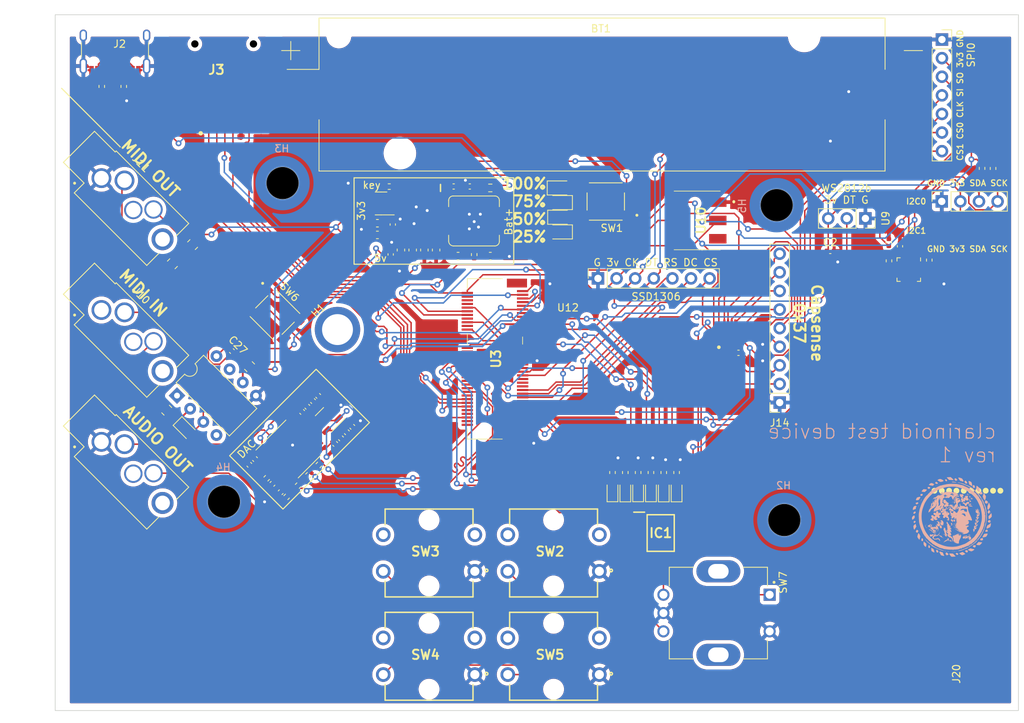
<source format=kicad_pcb>
(kicad_pcb (version 20211014) (generator pcbnew)
  (layers (0 "F.Cu" signal) (31 "B.Cu" signal) (34 "B.Paste" user) (35 "F.Paste" user) (36 "B.SilkS" user "B.Silkscreen") (37 "F.SilkS" user "F.Silkscreen") (38 "B.Mask" user) (39 "F.Mask" user) (44 "Edge.Cuts" user))
  (net 0 "")
  (net 4 "A3v3")
  (net 5 "GND")
  (net 6 "D3v3")
  (net 8 "Net-(C9-Pad1)")
  (net 9 "Net-(C12-Pad1)")
  (net 10 "Net-(C24-Pad1)")
  (net 11 "Net-(C10-Pad1)")
  (net 27 "SPI0_MISO")
  (net 28 "SPI0_generic0_cs")
  (net 29 "SPI0_generic1_cs")
  (net 35 "I2C_SCL")
  (net 36 "I2C_SDA")
  (net 37 "USB data in +")
  (net 38 "USB data in -")
  (net 39 "T01=MIDI OUT")
  (net 40 "Net-(J2-PadA5)")
  (net 41 "Net-(J2-PadB5)")
  (net 42 "Net-(C15-Pad1)")
  (net 43 "USB_Vin5v")
  (net 44 "Supply+5v")
  (net 45 "Batt+")
  (net 46 "Net-(D6-Pad1)")
  (net 47 "Net-(D6-Pad2)")
  (net 48 "Net-(R10-Pad2)")
  (net 49 "Net-(C7-Pad1)")
  (net 50 "Net-(C7-Pad2)")
  (net 51 "Net-(C8-Pad1)")
  (net 52 "Net-(C8-Pad2)")
  (net 53 "Net-(D1-Pad2)")
  (net 54 "Net-(D3-Pad2)")
  (net 55 "Net-(D1-Pad1)")
  (net 56 "T00 MIDI IN")
  (net 57 "SDIO_CS")
  (net 58 "SDIO_MOSI")
  (net 59 "SDIO_CLOCK")
  (net 60 "SDIO_MISO")
  (net 61 "I2S_LRCK")
  (net 62 "Net-(R1-Pad2)")
  (net 63 "I2S_DIN")
  (net 64 "Net-(R2-Pad2)")
  (net 65 "I2S_BCK")
  (net 66 "Net-(R3-Pad2)")
  (net 67 "Net-(R5-Pad1)")
  (net 69 "Net-(R6-Pad1)")
  (net 70 "Net-(R4-Pad1)")
  (net 71 "Net-(R12-Pad1)")
  (net 77 "Net-(C18-Pad1)")
  (net 78 "Net-(IC2-Pad5)")
  (net 79 "Net-(IC2-Pad7)")
  (net 80 "SPI0_SCK")
  (net 81 "SPI0_MOSI")
  (net 82 "OLED_RES")
  (net 83 "OLED_DC")
  (net 84 "OLED_CS")
  (net 85 "Net-(C30-Pad1)")
  (net 86 "WS2812_DATA")
  (net 87 "Net-(IC1-Pad4)")
  (net 88 "Net-(IC1-Pad5)")
  (net 89 "Net-(IC1-Pad6)")
  (net 90 "Net-(IC1-Pad7)")
  (net 91 "ENC_A")
  (net 92 "ENC_B")
  (net 93 "ENC_SWITCH")
  (net 94 "Net-(D5-Pad1)")
  (net 95 "GEN_LED1")
  (net 96 "Net-(D7-Pad1)")
  (net 97 "GEN_LED2")
  (net 98 "Net-(D8-Pad1)")
  (net 99 "GEN_LED3")
  (net 100 "Net-(D9-Pad1)")
  (net 101 "GEN_LED4")
  (net 102 "Net-(D10-Pad1)")
  (net 103 "GEN_LED5")
  (net 104 "Net-(D11-Pad1)")
  (net 105 "GEN_LED6")
  (net 110 "Net-(IC4-Pad1)")
  (net 111 "Net-(IC4-Pad2)")
  (net 112 "Net-(IC4-Pad8)")
  (net 113 "Net-(IC4-Pad9)")
  (net 114 "Net-(IC4-Pad12)")
  (net 115 "Net-(IC4-Pad13)")
  (net 117 "Net-(IC4-Pad11)")
  (net 118 "Net-(IC4-Pad10)")
  (net 119 "Net-(J20-Pad7)")
  (net 120 "Net-(SW6-Pad1)")
  (net 121 "+3V3")
  (net 126 "Net-(J10-Pad4)")
  (net 128 "Net-(J11-Pad2)")
  (net 129 "Net-(J20-Pad8)")
  (net 133 "Net-(J11-Pad4)")
  (net 135 "Net-(J20-Pad9)")
  (net 136 "Net-(J20-Pad2)")
  (net 137 "Net-(J20-Pad3)")
  (net 138 "Net-(J20-Pad4)")
  (net 139 "Net-(J20-Pad5)")
  (net 140 "Net-(J20-Pad6)")
  (net 141 "Net-(J20-Pad10)")
  (net 142 "Net-(J20-Pad11)")
  (footprint "LED_SMD:LED_0603_1608Metric" (layer "F.Cu") (at 171.493312 90.459542 90)
    (fp_text reference "D5" hide)
    (fp_text value "blue")
  )
  (footprint "Capacitor_SMD:C_0402_1005Metric" (layer "F.Cu") (at 127.222488 81.710797 -45)
    (fp_text reference "C4" hide)
    (fp_text value "0.1uF")
  )
  (footprint "Capacitor_SMD:C_0603_1608Metric" (layer "F.Cu") (at 130.645804 55.512034 180)
    (fp_text reference "C28" hide)
    (fp_text value "0.22uF")
  )
  (footprint "Resistor_SMD:R_0402_1005Metric" (layer "F.Cu") (at 164.493312 87.949542 90)
    (fp_text reference "R38" hide)
    (fp_text value "470R")
  )
  (footprint "Connector_PinSocket_2.54mm:PinSocket_1x09_P2.54mm_Vertical" (layer "F.Cu") (at 185.566565 78.397523 180)
    (fp_text reference "J14")
    (fp_text value "touch_conn_capsense")
  )
  (footprint "Capacitor_SMD:C_0603_1608Metric" (layer "F.Cu") (at 135.460804 57.572034 -90)
    (fp_text reference "C21" hide)
    (fp_text value "22uF")
  )
  (footprint "LED_SMD:LED_0603_1608Metric" (layer "F.Cu") (at 169.743312 90.459542 90)
    (fp_text reference "D7" hide)
    (fp_text value "blue")
  )
  (footprint "Resistor_SMD:R_0402_1005Metric" (layer "F.Cu") (at 169.743312 87.949542 90)
    (fp_text reference "R35" hide)
    (fp_text value "470R")
  )
  (footprint "Resistor_SMD:R_0402_1005Metric" (layer "F.Cu") (at 213.198312 46.424542 90)
    (fp_text reference "R40" hide)
    (fp_text value "4.7k")
  )
  (footprint "Diode_SMD:D_SOD-323" (layer "F.Cu") (at 104.418164 81.972517 -45)
    (fp_text reference "D6" hide)
    (fp_text value "1N4148WS")
  )
  (footprint "Package_DIP:DIP-8_W7.62mm" (layer "F.Cu") (at 103.286793 77.447034 45)
    (fp_text reference "U8" hide)
    (fp_text value "6N138")
  )
  (footprint "Capacitor_SMD:C_0402_1005Metric" (layer "F.Cu") (at 132.460804 58.177034 90)
    (fp_text reference "C23" hide)
    (fp_text value "0.1uF")
  )
  (footprint "Resistor_SMD:R_0402_1005Metric" (layer "F.Cu") (at 132.260804 48.912034 180)
    (fp_text reference "R10" hide)
    (fp_text value "10k")
  )
  (footprint "Capacitor_SMD:C_0402_1005Metric" (layer "F.Cu") (at 132.745804 54.092034 90)
    (fp_text reference "C26" hide)
    (fp_text value "10uF")
  )
  (footprint "Capacitor_SMD:C_0402_1005Metric" (layer "F.Cu") (at 122.566357 77.485667 -45)
    (fp_text reference "C14" hide)
    (fp_text value "0.1uF")
  )
  (footprint "Capacitor_SMD:C_0402_1005Metric" (layer "F.Cu") (at 200.468792 56.552042 90)
    (fp_text reference "C25" hide)
    (fp_text value "0.1uF")
  )
  (footprint "LED_SMD:LED_0603_1608Metric" (layer "F.Cu") (at 166.243312 90.449542 90)
    (fp_text reference "D9" hide)
    (fp_text value "green")
  )
  (footprint "Capacitor_SMD:C_0603_1608Metric" (layer "F.Cu") (at 141.660804 58.397034 180)
    (fp_text reference "C18" hide)
    (fp_text value "22uF")
  )
  (footprint "Capacitor_SMD:C_0603_1608Metric" (layer "F.Cu") (at 137.060804 57.572034 -90)
    (fp_text reference "C20" hide)
    (fp_text value "22uF")
  )
  (footprint "SamacSys_Parts:SOP65P640X110-16N" (layer "F.Cu") (at 169.323312 96.209542)
    (fp_text reference "IC1")
    (fp_text value "PCA9554APW,118" hide)
  )
  (footprint "clarinoid2:Sinhoo SMTSO2530CTJ" (layer "F.Cu") (at 125.198312 68.434542 45)
    (fp_text reference "H1")
    (fp_text value "M.2 riser SMTSO2530CTJ ")
  )
  (footprint "clarinoid2:Teensy_4.0_MicroMod outline fab" (layer "F.Cu") (at 142.698312 69.734542 180)
    (fp_text reference "U2" hide)
    (fp_text value "Micromod outline" hide)
  )
  (footprint "SamacSys_Parts:SOIC127P599X155-9N" (layer "F.Cu") (at 136.655804 52.072034 -90)
    (fp_text reference "IC2" hide)
    (fp_text value "Injoinic IP5306 battery charge" hide)
  )
  (footprint "SamacSys_Parts:ABPMAND001PG2A3" (layer "F.Cu") (at 174.305804 53.532034 -90)
    (fp_text reference "U10")
    (fp_text value "Pressure1_0x28_I2C0" hide)
  )
  (footprint "clarinoid2:SSD1306_128x64_approximate" (layer "F.Cu") (at 154.373948 59.9462)
    (fp_text reference "U12")
    (fp_text value "ssd1306_graphic")
  )
  (footprint "Capacitor_SMD:C_0402_1005Metric" (layer "F.Cu") (at 117.439141 90.638545 45)
    (fp_text reference "C12" hide)
    (fp_text value "2.2uF")
  )
  (footprint "SamacSys_Parts:B3F-4055" (layer "F.Cu") (at 137.698312 113.034542)
    (fp_text reference "SW4")
    (fp_text value "SW_Push" hide)
  )
  (footprint "Battery:BatteryHolder_Keystone_1042_1x18650" (layer "F.Cu") (at 161.318304 36.346568)
    (fp_text reference "BT1")
    (fp_text value "Battery_Cell")
  )
  (footprint "clarinoid2:Inductor_MCS0630-1R0MN2" (layer "F.Cu") (at 143.860804 57.012034)
    (fp_text reference "L1" hide)
    (fp_text value "1uH")
  )
  (footprint "Resistor_SMD:R_0402_1005Metric" (layer "F.Cu") (at 205.993312 58.949542 -90)
    (fp_text reference "R4" hide)
    (fp_text value "10k")
  )
  (footprint "SamacSys_Parts:B3F-4055" (layer "F.Cu") (at 137.698312 98.934542)
    (fp_text reference "SW3")
    (fp_text value "SW_Push" hide)
  )
  (footprint "Resistor_SMD:R_0402_1005Metric" (layer "F.Cu") (at 214.698312 46.434542 90)
    (fp_text reference "R41" hide)
    (fp_text value "4.7k")
  )
  (footprint "LED_SMD:LED_0603_1608Metric" (layer "F.Cu") (at 162.743312 90.449542 90)
    (fp_text reference "D11" hide)
    (fp_text value "red")
  )
  (footprint "LED_SMD:LED_0805_2012Metric" (layer "F.Cu") (at 155.580804 55.096568 180)
    (fp_text reference "D1" hide)
    (fp_text value "25%")
  )
  (footprint "Capacitor_SMD:C_0402_1005Metric" (layer "F.Cu") (at 143.260804 48.897034 180)
    (fp_text reference "C15" hide)
    (fp_text value "10uF")
  )
  (footprint "clarinoid2:SWITCHCRAFT_35RAPC4BV4" (layer "F.Cu") (at 95.660804 68.447034 -45)
    (fp_text reference "J10")
    (fp_text value "MIDI IN")
  )
  (footprint "Capacitor_SMD:C_0402_1005Metric" (layer "F.Cu") (at 110.782125 71.365916 -45)
    (fp_text reference "C27")
    (fp_text value "0.1uF")
  )
  (footprint "Capacitor_SMD:C_0402_1005Metric" (layer "F.Cu") (at 113.161837 86.890188 135)
    (fp_text reference "C8" hide)
    (fp_text value "2.2uF")
  )
  (footprint "Capacitor_SMD:C_0402_1005Metric" (layer "F.Cu") (at 125.677627 83.283943 135)
    (fp_text reference "C5" hide)
    (fp_text value "10uF")
  )
  (footprint "NetTie:NetTie-2_SMD_Pad0.5mm" (layer "F.Cu") (at 124.051281 85.475974 -135)
    (fp_text reference "NT1" hide)
    (fp_text value "NetTie_2")
  )
  (footprint "Capacitor_SMD:C_0402_1005Metric" (layer "F.Cu") (at 116.321912 89.493032 45)
    (fp_text reference "C9" hide)
    (fp_text value "2.2uF")
  )
  (footprint "Connector_PinSocket_2.54mm:PinSocket_1x04_P2.54mm_Vertical" (layer "F.Cu") (at 207.698312 50.934542 90)
    (fp_text reference "J5" hide)
    (fp_text value "header_i2c")
  )
  (footprint "LED_SMD:LED_0603_1608Metric" (layer "F.Cu") (at 167.993312 90.449542 90)
    (fp_text reference "D8" hide)
    (fp_text value "green")
  )
  (footprint "LED_SMD:LED_0805_2012Metric" (layer "F.Cu") (at 155.580804 53.096568)
    (fp_text reference "D2" hide)
    (fp_text value "50%")
  )
  (footprint "Package_TO_SOT_SMD:SOT-23-5" (layer "F.Cu") (at 131.145804 51.212034 180)
    (fp_text reference "U11" hide)
    (fp_text value "TLV75733PDBV")
  )
  (footprint "Resistor_SMD:R_0402_1005Metric" (layer "F.Cu") (at 118.253006 91.27425 -135)
    (fp_text reference "R6" hide)
    (fp_text value "470R")
  )
  (footprint "SamacSys_Parts:B3F-4055" (layer "F.Cu") (at 154.698312 98.934542)
    (fp_text reference "SW2")
    (fp_text value "SW_Push" hide)
  )
  (footprint "Capacitor_SMD:C_0402_1005Metric" (layer "F.Cu") (at 201.993312 57.059542 90)
    (fp_text reference "C24" hide)
    (fp_text value "0.1uF")
  )
  (footprint "Capacitor_SMD:C_0402_1005Metric" (layer "F.Cu") (at 121.85925 78.192774 -45)
    (fp_text reference "C11" hide)
    (fp_text value "10uF")
  )
  (footprint "Resistor_SMD:R_0402_1005Metric" (layer "F.Cu") (at 171.493312 87.949542 90)
    (fp_text reference "R34" hide)
    (fp_text value "470R")
  )
  (footprint "Capacitor_SMD:C_0402_1005Metric" (layer "F.Cu") (at 124.885667 84.047618 135)
    (fp_text reference "C6" hide)
    (fp_text value "0.1uF")
  )
  (footprint "Capacitor_SMD:C_0603_1608Metric" (layer "F.Cu") (at 138.660804 57.572034 -90)
    (fp_text reference "C17" hide)
    (fp_text value "22uF")
  )
  (footprint "Resistor_SMD:R_0805_2012Metric" (layer "F.Cu") (at 102.660804 59.447034 45)
    (fp_text reference "R21" hide)
    (fp_text value "47R")
  )
  (footprint "Resistor_SMD:R_0805_2012Metric" (layer "F.Cu") (at 113.195127 73.496075 135)
    (fp_text reference "R22" hide)
    (fp_text value "470R")
  )
  (footprint "LED_SMD:LED_0805_2012Metric" (layer "F.Cu") (at 155.518304 49.096568)
    (fp_text reference "D4" hide)
    (fp_text value "100%")
  )
  (footprint "Resistor_SMD:R_0402_1005Metric" (layer "F.Cu") (at 166.243312 87.949542 90)
    (fp_text reference "R37" hide)
    (fp_text value "470R")
  )
  (footprint "Package_DFN_QFN:UQFN-20_3x3mm_P0.4mm" (layer "F.Cu") (at 203.193312 60.239542 -90)
    (fp_text reference "U4" hide)
    (fp_text value "MPR121, 0x5A")
  )
  (footprint "Resistor_SMD:R_0402_1005Metric" (layer "F.Cu") (at 143.860804 58.197034 -90)
    (fp_text reference "R11" hide)
    (fp_text value "0.5R")
  )
  (footprint "clarinoid2:SOFNG TF-15x15 (LCSC C111196)" (layer "F.Cu") (at 108.62 33.3625 180)
    (fp_text reference "J3")
    (fp_text value "microSD SOFNG TF-15x15" hide)
  )
  (footprint "Resistor_SMD:R_0402_1005Metric" (layer "F.Cu") (at 122.644139 86.911401 -135)
    (fp_text reference "R3" hide)
    (fp_text value "22R")
  )
  (footprint "Connector_PinSocket_2.54mm:PinSocket_1x07_P2.54mm_Vertical" (layer "F.Cu") (at 207.723312 28.834542)
    (fp_text reference "J4" hide)
    (fp_text value "header_spi")
  )
  (footprint "Capacitor_SMD:C_0402_1005Metric" (layer "F.Cu") (at 121.081433 78.970592 135)
    (fp_text reference "C13" hide)
    (fp_text value "0.1uF")
  )
  (footprint "clarinoid2:SWITCHCRAFT_35RAPC4BV4" (layer "F.Cu") (at 95.660804 86.447034 -45)
    (fp_text reference "J1" hide)
    (fp_text value "AudioOut")
  )
  (footprint "CapTouchSliders:CaptouchSlider_Masked_H3x3_A1.0mm_x12" (layer "F.Cu") (at 213.698312 115.434542 90)
    (fp_text reference "J20")
    (fp_text value "CapTouchSlider3")
  )
  (footprint "Resistor_SMD:R_0402_1005Metric" (layer "F.Cu") (at 119.815712 89.739828 45)
    (fp_text reference "R1" hide)
    (fp_text value "22R")
  )
  (footprint "LED_SMD:LED_0603_1608Metric" (layer "F.Cu") (at 164.493312 90.459542 90)
    (fp_text reference "D10" hide)
    (fp_text value "red")
  )
  (footprint "Capacitor_SMD:C_0402_1005Metric" (layer "F.Cu") (at 126.478342 82.454944 -45)
    (fp_text reference "C3" hide)
    (fp_text value "10uF")
  )
  (footprint "Resistor_SMD:R_0402_1005Metric" (layer "F.Cu") (at 93.018304 35.236568 90)
    (fp_text reference "R7" hide)
    (fp_text value "5.1k")
  )
  (footprint "Package_SO:TSSOP-20_4.4x6.5mm_P0.65mm" (layer "F.Cu") (at 118.995468 84.733512 45)
    (fp_text reference "U1" hide)
    (fp_text value "PCM5102A")
  )
  (footprint "Resistor_SMD:R_0402_1005Metric" (layer "F.Cu") (at 96.018304 35.236568 90)
    (fp_text reference "R8" hide)
    (fp_text value "5.1k")
  )
  (footprint "LED_SMD:LED_0805_2012Metric" (layer "F.Cu") (at 155.580804 51.096568 180)
    (fp_text reference "D3" hide)
    (fp_text value "75%")
  )
  (footprint "Connector_PinSocket_2.54mm:PinSocket_1x07_P2.54mm_Vertical" (layer "F.Cu") (at 160.760804 61.447034 90)
    (fp_text reference "J12" hide)
    (fp_text value "SSD1306")
  )
  (footprint "SamacSys_Parts:QFN50P300X300X60-17N-D" (layer "F.Cu") (at 178.766565 68.947523 90)
    (fp_text reference "IC4" hide)
    (fp_text value "CY8CMBR3108-LQXIT" hide)
  )
  (footprint "Capacitor_SMD:C_0402_1005Metric" (layer "F.Cu") (at 192.473312 57.699542)
    (fp_text reference "C2")
    (fp_text value "0.1uF")
  )
  (footprint "clarinoid2:USB_C_Receptacle_XKB_U262-16XN-4BVC11" (layer "F.Cu") (at 94.818304 29.346568 180)
    (fp_text reference "J2")
    (fp_text value "XKB_U262-16XN-4BVC11 USB-C recept")
  )
  (footprint "SamacSys_Parts:B3F-4055" (layer "F.Cu") (at 154.698312 113.034542)
    (fp_text reference "SW5")
    (fp_text value "SW_Push" hide)
  )
  (footprint "Capacitor_SMD:C_0402_1005Metric" (layer "F.Cu") (at 120.374326 79.677698 135)
    (fp_text reference "C10" hide)
    (fp_text value "10uF")
  )
  (footprint "Resistor_SMD:R_0402_1005Metric" (layer "F.Cu") (at 167.993312 87.949542 90)
    (fp_text reference "R36" hide)
    (fp_text value "470R")
  )
  (footprint "SamacSys_Parts:21992304" (layer "F.Cu") (at 146.848312 72.434542 -90)
    (fp_text reference "U3")
    (fp_text value "APCI0136-P001A Teensy_4.0_MicroMod" hide)
  )
  (footprint "clarinoid2:SWITCHCRAFT_35RAPC4BV4" (layer "F.Cu") (at 95.660804 50.447034 -45)
    (fp_text reference "J11")
    (fp_text value "MIDI OUT")
  )
  (footprint "Resistor_SMD:R_0603_1608Metric" (layer "F.Cu") (at 146.060804 49.097034 180)
    (fp_text reference "R9" hide)
    (fp_text value "2R")
  )
  (footprint "Resistor_SMD:R_0402_1005Metric" (layer "F.Cu") (at 115.529953 88.729357 -135)
    (fp_text reference "R5" hide)
    (fp_text value "470R")
  )
  (footprint "Capacitor_SMD:C_0603_1608Metric" (layer "F.Cu") (at 133.860804 57.572034 -90)
    (fp_text reference "C22" hide)
    (fp_text value "22uF")
  )
  (footprint "Resistor_SMD:R_0402_1005Metric" (layer "F.Cu") (at 121.236996 88.318543 -135)
    (fp_text reference "R2" hide)
    (fp_text value "22R")
  )
  (footprint "Resistor_SMD:R_0402_1005Metric" (layer "F.Cu") (at 200.493312 59.049542 90)
    (fp_text reference "R12" hide)
    (fp_text value "75k")
  )
  (footprint "Capacitor_SMD:C_0603_1608Metric" (layer "F.Cu") (at 146.060804 58.397034)
    (fp_text reference "C19" hide)
    (fp_text value "22uF")
  )
  (footprint "Capacitor_SMD:C_0402_1005Metric" (layer "F.Cu") (at 141.060804 48.897034)
    (fp_text reference "C16" hide)
    (fp_text value "10uF")
  )
  (footprint "Resistor_SMD:R_0805_2012Metric" (layer "F.Cu") (at 105.41852 56.830738 45)
    (fp_text reference "R20" hide)
    (fp_text value "47R")
  )
  (footprint "Capacitor_SMD:C_0402_1005Metric" (layer "F.Cu") (at 179.941565 71.607523)
    (fp_text reference "C30" hide)
    (fp_text value "0.1uF")
  )
  (footprint "clarinoid2:XKB switch jlcpcb SW_TS-1187A-B-A-B" (layer "F.Cu") (at 161.823304 50.947034 180)
    (fp_text reference "SW1")
    (fp_text value "SW_Push")
  )
  (footprint "Capacitor_SMD:C_0603_1608Metric" (layer "F.Cu") (at 130.645804 53.912034 180)
    (fp_text reference "C29" hide)
    (fp_text value "0.1uF")
  )
  (footprint "clarinoid2:Bourns_ENC_PEC11R-4215F-S0024" (layer "F.Cu") (at 177.198312 107.134542 -90)
    (fp_text reference "SW7")
    (fp_text value "RotaryEncoder_Switch_ABC12")
  )
  (footprint "Capacitor_SMD:C_0402_1005Metric" (layer "F.Cu") (at 113.939654 86.11237 -45)
    (fp_text reference "C7" hide)
    (fp_text value "2.2uF")
  )
  (footprint "Connector_PinSocket_2.54mm:PinSocket_1x03_P2.54mm_Vertical" (layer "F.Cu") (at 197.273312 53.259542 -90)
    (fp_text reference "U9")
    (fp_text value "WS2812")
  )
  (footprint "Resistor_SMD:R_0402_1005Metric" (layer "F.Cu") (at 162.743312 87.949542 90)
    (fp_text reference "R39" hide)
    (fp_text value "470R")
  )
  (footprint "Resistor_SMD:R_0805_2012Metric" (layer "F.Cu") (at 101.881419 79.435772 -45)
    (fp_text reference "R19" hide)
    (fp_text value "220R")
  )
  (footprint "clarinoid2:XKB switch jlcpcb SW_TS-1187A-B-A-B" (layer "F.Cu") (at 116.660804 66.447034 -45)
    (fp_text reference "SW6")
    (fp_text value "SW_Push")
  )
  (footprint "Package_TO_SOT_SMD:SOT-23-5" (layer "F.Cu") (at 123.839149 80.738359 -135)
    (fp_text reference "U7" hide)
    (fp_text value "TLV75533PDBV")
  )
  (footprint "clarinoid2:Wurth Elektronik Reverse SMD Spacer M3" (layer "B.Cu") (at 186.198312 94.434542 180)
    (fp_text reference "H2")
    (fp_text value "MountingHole" hide)
  )
  (footprint "LOGO" (layer "B.Cu") (at 208.993312 94.199542 180)
    (fp_text reference "G***")
    (fp_text value "LOGO" hide)
  )
  (footprint "clarinoid2:Wurth Elektronik Reverse SMD Spacer M3" (layer "B.Cu") (at 109.698312 91.934542 180)
    (fp_text reference "H4")
    (fp_text value "MountingHole" hide)
  )
  (footprint "clarinoid2:Wurth Elektronik Reverse SMD Spacer M3" (layer "B.Cu") (at 185.160804 51.447034 -90)
    (fp_text reference "H5")
    (fp_text value "MountingHole" hide)
  )
  (footprint "clarinoid2:Wurth Elektronik Reverse SMD Spacer M3" (layer "B.Cu") (at 117.698312 48.434542 180)
    (fp_text reference "H3")
    (fp_text value "MountingHole" hide)
  )
  (gr_poly (pts (xy 110.469855 85.657727) (xy 117.753055 92.940926) (xy 129.561738 81.132243) (xy 122.278538 73.849043)) (layer "F.SilkS") (width 0.15) (fill none))
  (gr_line (start 95.5388 43.499246) (end 87.5388 35.499246) (layer "F.SilkS") (width 0.15))
  (gr_rect (start 127.460804 47.712034) (end 149.260804 59.512034) (layer "F.SilkS") (width 0.15) (fill none))
  (gr_rect (start 86.660804 25.447034) (end 218.160804 120.447034) (layer "Edge.Cuts") (width 0.1) (fill none))
  (gr_text "clarinoid test device\nrev 1" (at 215.243312 83.949542) (layer "B.SilkS") (effects (font (size 2 2)) (justify left mirror)))
  (gr_text "G 3v CK DT RS DC CS\n" (at 168.635061 59.278178) (layer "F.SilkS") (effects (font (size 1 1))))
  (gr_text "MIDI IN" (at 98.660804 63.447034 315) (layer "F.SilkS") (effects (font (size 1.5 1.5) (thickness 0.3))))
  (gr_text "3v3" (at 128.445804 52.212034 90) (layer "F.SilkS") (effects (font (size 1 1))))
  (gr_text "key" (at 129.860804 48.712034) (layer "F.SilkS") (effects (font (size 1 1))))
  (gr_text "I2C0" (at 204.198312 50.934542) (layer "F.SilkS") (effects (font (size 0.8 0.8))))
  (gr_text "AUDIO OUT" (at 100.660804 83.447034 315) (layer "F.SilkS") (effects (font (size 1.5 1.5) (thickness 0.3))))
  (gr_text "5v" (at 131.060804 58.697034) (layer "F.SilkS") (effects (font (size 1 1))))
  (gr_text "DAC" (at 112.803307 84.738488 45) (layer "F.SilkS") (effects (font (size 1 1))))
  (gr_text "GND 3v3 SDA SCK" (at 211.198312 57.434542) (layer "F.SilkS") (effects (font (size 0.8 0.8))))
  (gr_text "Capsense\n0x37" (at 189.460804 67.547034 270) (layer "F.SilkS") (effects (font (size 1.5 1.5) (thickness 0.3))))
  (gr_text "Bat+" (at 148.560804 53.697034 90) (layer "F.SilkS") (effects (font (size 1 1))))
  (gr_text "WS2812b\n3v DT G" (at 194.698312 49.934542) (layer "F.SilkS") (effects (font (size 1 1))))
  (gr_text "100%\n75%\n50%\n25%" (at 153.895804 52.136568) (layer "F.SilkS") (effects (font (size 1.5 1.5) (thickness 0.3)) (justify right)))
  (gr_text "MIDI OUT" (at 99.660804 46.447034 315) (layer "F.SilkS") (effects (font (size 1.5 1.5) (thickness 0.3))))
  (gr_text "I2C1" (at 204.198312 54.934542) (layer "F.SilkS") (effects (font (size 0.8 0.8))))
  (gr_text "GND 3v3 SDA SCK" (at 211.198312 48.434542) (layer "F.SilkS") (effects (font (size 0.8 0.8))))
  (gr_text "SSD1306\n" (at 168.698312 63.934542) (layer "F.SilkS") (effects (font (size 1 1))))
  (gr_text "CS1 CS0 CLK SI SO 3v3 GND" (at 210.198312 36.434542 90) (layer "F.SilkS") (effects (font (size 0.8 0.8))))
  (gr_text "SPI0" (at 211.698312 30.934542 90) (layer "F.SilkS") (effects (font (size 1 1))))
  (segment (start 117.545899 84.752129) (end 117.545899 79.81912) (width 0.2) (layer "F.Cu") (net 4))
  (segment (start 117.545899 79.81912) (end 121.717829 75.64719) (width 0.2) (layer "F.Cu") (net 4))
  (segment (start 124.260648 75.64719) (end 124.260804 75.647034) (width 0.2) (layer "F.Cu") (net 4))
  (segment (start 118.120423 87.906654) (end 118.581814 87.445262) (width 0.2) (layer "F.Cu") (net 4))
  (segment (start 114.669658 83.232761) (end 114.903087 83.46619) (width 0.2) (layer "F.Cu") (net 4))
  (segment (start 116.083872 81.281146) (end 116.083872 81.677126) (width 0.2) (layer "F.Cu") (net 4))
  (segment (start 124.260804 75.647034) (end 127.445394 78.831624) (width 0.2) (layer "F.Cu") (net 4))
  (segment (start 117.545899 79.81912) (end 116.083872 81.281146) (width 0.2) (layer "F.Cu") (net 4))
  (segment (start 121.717829 75.64719) (end 124.260648 75.64719) (width 0.2) (layer "F.Cu") (net 4))
  (segment (start 118.581814 87.445262) (end 118.581814 85.788044) (width 0.2) (layer "F.Cu") (net 4))
  (segment (start 127.445394 78.831624) (end 127.445394 80.809069) (width 0.2) (layer "F.Cu") (net 4))
  (segment (start 114.903087 83.46619) (end 114.903087 84.689318) (width 0.2) (layer "F.Cu") (net 4))
  (segment (start 118.581814 85.788044) (end 117.545899 84.752129) (width 0.2) (layer "F.Cu") (net 4))
  (segment (start 127.445394 80.809069) (end 126.040019 82.214444) (width 0.2) (layer "F.Cu") (net 4))
  (segment (start 126.040019 82.214444) (end 123.706567 82.214444) (width 0.2) (layer "F.Cu") (net 4))
  (via (at 114.669658 83.232761) (size 0.8) (drill 0.4) (layers "F.Cu" "B.Cu") (net 4))
  (via (at 116.083872 81.677126) (size 0.8) (drill 0.4) (layers "F.Cu" "B.Cu") (net 4))
  (segment (start 114.669658 83.09134) (end 114.669658 83.232761) (width 0.2) (layer "B.Cu") (net 4))
  (segment (start 116.083872 81.677126) (end 114.669658 83.09134) (width 0.2) (layer "B.Cu") (net 4))
  (segment (start 142.780804 48.897034) (end 141.540804 48.897034) (width 0.2) (layer "F.Cu") (net 5))
  (segment (start 136.655804 52.072034) (end 136.655804 52.967861) (width 0.2) (layer "F.Cu") (net 5))
  (segment (start 152.448312 71.684542) (end 152.448312 72.684542) (width 0.2) (layer "F.Cu") (net 5))
  (segment (start 142.780804 48.166534) (end 142.660804 48.046534) (width 0.2) (layer "F.Cu") (net 5))
  (segment (start 151.184826 81.697034) (end 151.993312 82.50552) (width 0.2) (layer "F.Cu") (net 5))
  (segment (start 146.835804 58.397034) (end 148.610804 58.397034) (width 0.2) (layer "F.Cu") (net 5))
  (segment (start 152.448312 73.179548) (end 152.448312 72.684542) (width 0.2) (layer "F.Cu") (net 5))
  (segment (start 116.661323 89.153621) (end 116.661323 90.531531) (width 0.2) (layer "F.Cu") (net 5))
  (segment (start 132.460804 57.697034) (end 132.460804 56.647034) (width 0.2) (layer "F.Cu") (net 5))
  (segment (start 150.473312 72.684542) (end 152.448312 72.684542) (width 0.2) (layer "F.Cu") (net 5))
  (segment (start 200.493312 58.079542) (end 200.493312 58.539542) (width 0.2) (layer "F.Cu") (net 5))
  (segment (start 163.493312 85.949542) (end 163.493312 86.439542) (width 0.2) (layer "F.Cu") (net 5))
  (segment (start 201.393312 59.439542) (end 200.493312 58.539542) (width 0.2) (layer "F.Cu") (net 5))
  (segment (start 116.661323 90.531531) (end 115.243312 91.949542) (width 0.2) (layer "F.Cu") (net 5))
  (segment (start 208.598292 68.534562) (end 209.698312 67.434542) (width 0.2) (layer "F.Cu") (net 5))
  (segment (start 151.993312 82.50552) (end 151.993312 83.949542) (width 0.2) (layer "F.Cu") (net 5))
  (segment (start 201.993312 56.579542) (end 200.493312 58.079542) (width 0.2) (layer "F.Cu") (net 5))
  (segment (start 109.13038 73.158391) (end 108.219514 73.158391) (width 0.2) (layer "F.Cu") (net 5))
  (segment (start 126.667576 82.944532) (end 125.338215 82.944532) (width 0.2) (layer "F.Cu") (net 5))
  (segment (start 163.493312 86.439542) (end 164.493312 87.439542) (width 0.2) (layer "F.Cu") (net 5))
  (segment (start 128.328586 80.880471) (end 127.561899 81.647158) (width 0.2) (layer "F.Cu") (net 5))
  (segment (start 96.018304 35.746568) (end 96.018304 36.804534) (width 0.2) (layer "F.Cu") (net 5))
  (segment (start 127.558531 82.053577) (end 126.817753 82.794355) (width 0.2) (layer "F.Cu") (net 5))
  (segment (start 125.338215 82.944532) (end 124.57454 83.708207) (width 0.2) (layer "F.Cu") (net 5))
  (segment (start 178.766565 68.947523) (end 179.016565 68.697523) (width 0.2) (layer "F.Cu") (net 5))
  (segment (start 180.266565 68.697523) (end 181.491293 68.697523) (width 0.2) (layer "F.Cu") (net 5))
  (segment (start 167.993312 86.199542) (end 168.243312 85.949542) (width 0.2) (layer "F.Cu") (net 5))
  (segment (start 207.993312 62.199542) (end 206.598292 63.594562) (width 0.2) (layer "F.Cu") (net 5))
  (segment (start 151.443318 74.184542) (end 152.448312 73.179548) (width 0.2) (layer "F.Cu") (net 5))
  (segment (start 171.493312 86.699542) (end 171.993312 86.199542) (width 0.2) (layer "F.Cu") (net 5))
  (segment (start 129.870804 53.912034) (end 129.295804 53.912034) (width 0.2) (layer "F.Cu") (net 5))
  (segment (start 137.060804 58.347034) (end 138.660804 58.347034) (width 0.2) (layer "F.Cu") (net 5))
  (segment (start 167.993312 87.439542) (end 167.993312 86.199542) (width 0.2) (layer "F.Cu") (net 5))
  (segment (start 118.030263 79.90112) (end 121.843369 76.088014) (width 0.2) (layer "F.Cu") (net 5))
  (segment (start 111.121536 71.705327) (end 110.583444 71.705327) (width 0.2) (layer "F.Cu") (net 5))
  (segment (start 124.88971 78.382024) (end 124.88971 79.687798) (width 0.2) (layer "F.Cu") (net 5))
  (segment (start 119.039662 88.825892) (end 118.580042 88.366273) (width 0.2) (layer "F.Cu") (net 5))
  (segment (start 133.660804 60.447034) (end 133.860804 60.247034) (width 0.2) (layer "F.Cu") (net 5))
  (segment (start 192.953312 58.659542) (end 193.493312 59.199542) (width 0.2) (layer "F.Cu") (net 5))
  (segment (start 169.743312 87.439542) (end 169.743312 86.449542) (width 0.2) (layer "F.Cu") (net 5))
  (segment (start 181.491293 68.697523) (end 183.243312 70.449542) (width 0.2) (layer "F.Cu") (net 5))
  (segment (start 123.476757 84.777706) (end 123.087848 84.777706) (width 0.2) (layer "F.Cu") (net 5))
  (segment (start 129.425804 51.212034) (end 132.283304 51.212034) (width 0.2) (layer "F.Cu") (net 5))
  (segment (start 118.030263 81.186688) (end 118.030263 79.90112) (width 0.2) (layer "F.Cu") (net 5))
  (segment (start 136.655804 52.967861) (end 135.650799 53.972866) (width 0.2) (layer "F.Cu") (net 5))
  (segment (start 124.546256 83.708207) (end 123.476757 84.777706) (width 0.2) (layer "F.Cu") (net 5))
  (segment (start 124.57454 83.708207) (end 124.546256 83.708207) (width 0.2) (layer "F.Cu") (net 5))
  (segment (start 154.198312 62.184542) (end 151.698312 64.684542) (width 0.2) (layer "F.Cu") (net 5))
  (segment (start 118.740385 81.771258) (end 118.614833 81.771258) (width 0.2) (layer "F.Cu") (net 5))
  (segment (start 152.098312 62.184542) (end 154.198312 62.184542) (width 0.2) (layer "F.Cu") (net 5))
  (segment (start 119.410893 81.100751) (end 118.740385 81.771258) (width 0.2) (layer "F.Cu") (net 5))
  (segment (start 120.789751 82.479609) (end 119.065487 84.203873) (width 0.2) (layer "F.Cu") (net 5))
  (segment (start 202.793312 57.379542) (end 201.993312 56.579542) (width 0.2) (layer "F.Cu") (net 5))
  (segment (start 129.870804 53.912034) (end 129.870804 55.512034) (width 0.2) (layer "F.Cu") (net 5))
  (segment (start 118.740385 83.878772) (end 119.065487 84.203873) (width 0.2) (layer "F.Cu") (net 5))
  (segment (start 206.598292 68.475972) (end 206.656882 68.534562) (width 0.2) (layer "F.Cu") (net 5))
  (segment (start 150.473312 74.184542) (end 151.443318 74.184542) (width 0.2) (layer "F.Cu") (net 5))
  (segment (start 179.016565 68.697523) (end 180.266565 68.697523) (width 0.2) (layer "F.Cu") (net 5))
  (segment (start 122.5957 76.088014) (end 124.88971 78.382024) (width 0.2) (layer "F.Cu") (net 5))
  (segment (start 108.219514 73.158391) (end 107.575436 72.514313) (width 0.2) (layer "F.Cu") (net 5))
  (segment (start 127.561899 81.647158) (end 127.561899 82.050209) (width 0.2) (layer "F.Cu") (net 5))
  (segment (start 132.745804 53.612034) (end 133.495804 53.612034) (width 0.2) (layer "F.Cu") (net 5))
  (segment (start 121.843369 76.088014) (end 122.5957 76.088014) (width 0.2) (layer "F.Cu") (net 5))
  (segment (start 129.295804 53.912034) (end 128.460804 54.747034) (width 0.2) (layer "F.Cu") (net 5))
  (segment (start 140.835804 58.347034) (end 140.885804 58.397034) (width 0.2) (layer "F.Cu") (net 5))
  (segment (start 96.018304 36.804534) (end 96.410804 37.197034) (width 0.2) (layer "F.Cu") (net 5))
  (segment (start 150.473312 63.184542) (end 151.098312 63.184542) (width 0.2) (layer "F.Cu") (net 5))
  (segment (start 126.817753 82.794355) (end 126.667576 82.944532) (width 0.2) (layer "F.Cu") (net 5))
  (segment (start 148.610804 58.397034) (end 148.660804 58.447034) (width 0.2) (layer "F.Cu") (net 5))
  (segment (start 150.273304 81.697034) (end 151.184826 81.697034) (width 0.2) (layer "F.Cu") (net 5))
  (segment (start 116.661324 89.153621) (end 117.156298 89.648596) (width 0.2) (layer "F.Cu") (net 5))
  (segment (start 171.493312 87.439542) (end 171.493312 86.699542) (width 0.2) (layer "F.Cu") (net 5))
  (segment (start 169.743312 86.449542) (end 169.993312 86.199542) (width 0.2) (layer "F.Cu") (net 5))
  (segment (start 202.793312 58.852042) (end 202.793312 57.379542) (width 0.2) (layer "F.Cu") (net 5))
  (segment (start 151.948312 71.184542) (end 152.448312 71.684542) (width 0.2) (layer "F.Cu") (net 5))
  (segment (start 206.598292 63.594562) (end 206.598292 68.475972) (width 0.2) (layer "F.Cu") (net 5))
  (segment (start 120.742021 78.63118) (end 121.519839 77.853363) (width 0.2) (layer "F.Cu") (net 5))
  (segment (start 164.493312 87.439542) (end 162.743312 87.439542) (width 0.2) (layer "F.Cu") (net 5))
  (segment (start 117.156298 89.648596) (end 117.25777 89.750068) (width 0.2) (layer "F.Cu") (net 5))
  (segment (start 133.495804 53.612034) (end 133.760804 53.347034) (width 0.2) (layer "F.Cu") (net 5))
  (segment (start 151.698312 64.684542) (end 150.473312 64.684542) (width 0.2) (layer "F.Cu") (net 5))
  (segment (start 107.575436 72.514313) (end 107.575436 71.289761) (width 0.2) (layer "F.Cu") (net 5))
  (segment (start 121.519839 77.853363) (end 122.226946 77.146256) (width 0.2) (layer "F.Cu") (net 5))
  (segment (start 126.660804 48.447034) (end 129.425804 51.212034) (width 0.2) (layer "F.Cu") (net 5))
  (segment (start 118.740385 81.771258) (end 118.740385 83.878772) (width 0.2) (layer "F.Cu") (net 5))
  (segment (start 120.055014 79.358387) (end 120.034915 79.338287) (width 0.2) (layer "F.Cu") (net 5))
  (segment (start 206.656882 68.534562) (end 208.598292 68.534562) (width 0.2) (layer "F.Cu") (net 5))
  (segment (start 166.243312 87.439542) (end 166.243312 85.949542) (width 0.2) (layer "F.Cu") (net 5))
  (segment (start 120.034915 79.338287) (end 120.742021 78.63118) (width 0.2) (layer "F.Cu") (net 5))
  (segment (start 107.575436 71.289761) (end 113.213658 65.651539) (width 0.2) (layer "F.Cu") (net 5))
  (segment (start 120.055014 80.45663) (end 120.055014 79.358387) (width 0.2) (layer "F.Cu") (net 5))
  (segment (start 151.098312 63.184542) (end 152.098312 62.184542) (width 0.2) (layer "F.Cu") (net 5))
  (segment (start 138.660804 58.347034) (end 140.835804 58.347034) (width 0.2) (layer "F.Cu") (net 5))
  (segment (start 124.88971 79.687798) (end 124.643483 79.934025) (width 0.2) (layer "F.Cu") (net 5))
  (segment (start 117.25777 89.750068) (end 117.778552 90.27085) (width 0.2) (layer "F.Cu") (net 5))
  (segment (start 119.065487 87.880829) (end 118.580042 88.366273) (width 0.2) (layer "F.Cu") (net 5))
  (segment (start 148.374282 71.947034) (end 149.124282 72.697034) (width 0.2) (layer "F.Cu") (net 5))
  (segment (start 142.780804 48.897034) (end 142.780804 48.166534) (width 0.2) (layer "F.Cu") (net 5))
  (segment (start 132.460804 56.647034) (end 132.591182 56.516656) (width 0.2) (layer "F.Cu") (net 5))
  (segment (start 110.583444 71.705327) (end 109.13038 73.158391) (width 0.2) (layer "F.Cu") (net 5))
  (segment (start 142.723304 71.947034) (end 148.374282 71.947034) (width 0.2) (layer "F.Cu") (net 5))
  (segment (start 192.953312 57.699542) (end 192.953312 58.659542) (width 0.2) (layer "F.Cu") (net 5))
  (segment (start 135.460804 58.347034) (end 137.060804 58.347034) (width 0.2) (layer "F.Cu") (net 5))
  (segment (start 124.88971 78.382024) (end 125.248115 78.740428) (width 0.2) (layer "F.Cu") (net 5))
  (segment (start 180.421565 71.607523) (end 181.513584 72.699542) (width 0.2) (layer "F.Cu") (net 5))
  (segment (start 119.410893 81.100751) (end 120.055014 80.45663) (width 0.2) (layer "F.Cu") (net 5))
  (segment (start 151.948312 71.184542) (end 150.473312 71.184542) (width 0.2) (layer "F.Cu") (net 5))
  (segment (start 133.860804 58.347034) (end 135.460804 58.347034) (width 0.2) (layer "F.Cu") (net 5))
  (segment (start 149.124282 72.697034) (end 150.273304 72.697034) (width 0.2) (layer "F.Cu") (net 5))
  (segment (start 181.513584 72.699542) (end 183.243312 72.699542) (width 0.2) (layer "F.Cu") (net 5))
  (segment (start 117.778552 90.27085) (end 117.778552 90.299134) (width 0.2) (layer "F.Cu") (net 5))
  (segment (start 125.248115 78.740428) (end 125.660303 78.740428) (width 0.2) (layer "F.Cu") (net 5))
  (segment (start 118.614833 81.771258) (end 118.030263 81.186688) (width 0.2) (layer "F.Cu") (net 5))
  (segment (start 119.065487 84.203873) (end 119.065487 87.880829) (width 0.2) (layer "F.Cu") (net 5))
  (segment (start 201.805812 59.439542) (end 201.393312 59.439542) (width 0.2) (layer "F.Cu") (net 5))
  (segment (start 133.860804 60.247034) (end 133.860804 58.347034) (width 0.2) (layer "F.Cu") (net 5))
  (via (at 135.650799 53.972866) (size 0.8) (drill 0.4) (layers "F.Cu" "B.Cu") (net 5))
  (via (at 135.948312 51.684542) (size 0.8) (drill 0.4) (layers "F.Cu" "B.Cu") (net 5))
  (via (at 126.660804 48.447034) (size 0.8) (drill 0.4) (layers "F.Cu" "B.Cu") (net 5))
  (via (at 152.448312 72.684542) (size 0.8) (drill 0.4) (layers "F.Cu" "B.Cu") (net 5))
  (via (at 148.660804 58.447034) (size 0.8) (drill 0.4) (layers "F.Cu" "B.Cu") (net 5))
  (via (at 183.243312 70.449542) (size 0.8) (drill 0.4) (layers "F.Cu" "B.Cu") (net 5))
  (via (at 171.993312 86.199542) (size 0.8) (drill 0.4) (layers "F.Cu" "B.Cu") (net 5))
  (via (at 151.993312 83.949542) (size 0.8) (drill 0.4) (layers "F.Cu" "B.Cu") (net 5))
  (via (at 194.993312 35.949542) (size 0.8) (drill 0.4) (layers "F.Cu" "B.Cu") (net 5))
  (via (at 192.493312 42.699542) (size 0.8) (drill 0.4) (layers "F.Cu" "B.Cu") (net 5))
  (via (at 183.243312 72.699542) (size 0.8) (drill 0.4) (layers "F.Cu" "B.Cu") (net 5))
  (via (at 133.760804 53.347034) (size 0.8) (drill 0.4) (layers "F.Cu" "B.Cu") (net 5))
  (via (at 166.243312 85.949542) (size 0.8) (drill 0.4) (layers "F.Cu" "B.Cu") (net 5))
  (via (at 207.993312 62.199542) (size 0.8) (drill 0.4) (layers "F.Cu" "B.Cu") (net 5))
  (via (at 128.460804 54.747034) (size 0.8) (drill 0.4) (layers "F.Cu" "B.Cu") (net 5))
  (via (at 163.493312 85.949542) (size 0.8) (drill 0.4) (layers "F.Cu" "B.Cu") (net 5))
  (via (at 143.198312 54.684542) (size 0.8) (drill 0.4) (layers "F.Cu" "B.Cu") (net 5))
  (via (at 133.660804 60.447034) (size 0.8) (drill 0.4) (layers "F.Cu" "B.Cu") (net 5))
  (via (at 132.591182 56.516656) (size 0.8) (drill 0.4) (layers "F.Cu" "B.Cu") (net 5))
  (via (at 144.698312 52.684542) (size 0.8) (drill 0.4) (layers "F.Cu" "B.Cu") (net 5))
  (via (at 168.243312 85.949542) (size 0.8) (drill 0.4) (layers "F.Cu" "B.Cu") (net 5))
  (via (at 125.660303 78.740428) (size 0.8) (drill 0.4) (layers "F.Cu" "B.Cu") (net 5))
  (via (at 96.410804 37.197034) (size 0.8) (drill 0.4) (layers "F.Cu" "B.Cu") (net 5))
  (via (at 193.493312 59.199542) (size 0.8) (drill 0.4) (layers "F.Cu" "B.Cu") (net 5))
  (via (at 142.660804 48.046534) (size 0.8) (drill 0.4) (layers "F.Cu" "B.Cu") (net 5))
  (via (at 119.065487 84.203873) (size 0.8) (drill 0.4) (layers "F.Cu" "B.Cu") (net 5))
  (via (at 144.448312 54.434542) (size 0.8) (drill 0.4) (layers "F.Cu" "B.Cu") (net 5))
  (via (at 143.198312 52.684542) (size 0.8) (drill 0.4) (layers "F.Cu" "B.Cu") (net 5))
  (via (at 169.993312 86.199542) (size 0.8) (drill 0.4) (layers "F.Cu" "B.Cu") (net 5))
  (via (at 154.198312 62.184542) (size 0.8) (drill 0.4) (layers "F.Cu" "B.Cu") (net 5))
  (via (at 137.443717 52.179947) (size 0.8) (drill 0.4) (layers "F.Cu" "B.Cu") (net 5))
  (via (at 115.243312 91.949542) (size 0.8) (drill 0.4) (layers "F.Cu" "B.Cu") (net 5))
  (via (at 143.860804 53.697034) (size 0.8) (drill 0.4) (layers "F.Cu" "B.Cu") (net 5))
  (via (at 128.328586 80.880471) (size 0.8) (drill 0.4) (layers "F.Cu" "B.Cu") (net 5))
  (segment (start 133.660804 57.586278) (end 133.660804 60.447034) (width 0.2) (layer "B.Cu") (net 5))
  (segment (start 99.138304 34.469534) (end 99.138304 32.451568) (width 0.2) (layer "B.Cu") (net 5))
  (segment (start 128.460804 54.747034) (end 126.660804 52.947034) (width 0.2) (layer "B.Cu") (net 5))
  (segment (start 135.650799 53.972866) (end 130.124967 48.447034) (width 0.2) (layer "B.Cu") (net 5))
  (segment (start 156.710804 58.447034) (end 159.710804 61.447034) (width 0.2) (layer "B.Cu") (net 5))
  (segment (start 142.260304 48.447034) (end 126.660804 48.447034) (width 0.2) (layer "B.Cu") (net 5))
  (segment (start 134.386636 53.972866) (end 135.650799 53.972866) (width 0.2) (layer "B.Cu") (net 5))
  (segment (start 159.710804 61.447034) (end 160.760804 61.447034) (width 0.2) (layer "B.Cu") (net 5))
  (segment (start 141.577131 48.046534) (end 137.443717 52.179947) (width 0.2) (layer "B.Cu") (net 5))
  (segment (start 148.660804 58.447034) (end 156.710804 58.447034) (width 0.2) (layer "B.Cu") (net 5))
  (segment (start 126.648853 78.740428) (end 128.328586 80.420161) (width 0.2) (layer "B.Cu") (net 5))
  (segment (start 140.124967 58.447034) (end 135.650799 53.972866) (width 0.2) (layer "B.Cu") (net 5))
  (segment (start 142.660804 48.046534) (end 142.260304 48.447034) (width 0.2) (layer "B.Cu") (net 5))
  (segment (start 142.660804 48.046534) (end 141.577131 48.046534) (width 0.2) (layer "B.Cu") (net 5))
  (segment (start 183.243312 77.12427) (end 183.243312 70.449542) (width 0.2) (layer "B.Cu") (net 5))
  (segment (start 96.410804 37.197034) (end 99.138304 34.469534) (width 0.2) (layer "B.Cu") (net 5))
  (segment (start 184.516565 78.397523) (end 183.243312 77.12427) (width 0.2) (layer "B.Cu") (net 5))
  (segment (start 132.591182 56.516656) (end 133.660804 57.586278) (width 0.2) (layer "B.Cu") (net 5))
  (segment (start 130.124967 48.447034) (end 126.660804 48.447034) (width 0.2) (layer "B.Cu") (net 5))
  (segment (start 128.328586 80.420161) (end 128.328586 80.880471) (width 0.2) (layer "B.Cu") (net 5))
  (segment (start 185.566565 78.397523) (end 184.516565 78.397523) (width 0.2) (layer "B.Cu") (net 5))
  (segment (start 126.660804 52.947034) (end 126.660804 48.447034) (width 0.2) (layer "B.Cu") (net 5))
  (segment (start 148.660804 58.447034) (end 140.124967 58.447034) (width 0.2) (layer "B.Cu") (net 5))
  (segment (start 125.660303 78.740428) (end 126.648853 78.740428) (width 0.2) (layer "B.Cu") (net 5))
  (segment (start 137.443717 52.179947) (end 135.650799 53.972866) (width 0.2) (layer "B.Cu") (net 5))
  (segment (start 133.760804 53.347034) (end 134.386636 53.972866) (width 0.2) (layer "B.Cu") (net 5))
  (segment (start 166.243312 85.949542) (end 163.493312 85.949542) (width 0.2) (layer "B.Cu") (net 5))
  (segment (start 122.198661 78.532185) (end 122.905768 77.825079) (width 0.2) (layer "F.Cu") (net 6))
  (segment (start 123.971732 78.891042) (end 123.971732 79.262273) (width 0.2) (layer "F.Cu") (net 6))
  (segment (start 122.008856 76.487533) (end 118.951273 79.545116) (width 0.2) (layer "F.Cu") (net 6))
  (segment (start 122.905768 76.963087) (end 122.430214 76.487533) (width 0.2) (layer "F.Cu") (net 6))
  (segment (start 125.315235 80.605776) (end 125.069008 80.852003) (width 0.2) (layer "F.Cu") (net 6))
  (segment (start 118.951273 79.545116) (end 118.951273 80.641131) (width 0.2) (layer "F.Cu") (net 6))
  (segment (start 126.455444 79.536277) (end 125.385945 80.605776) (width 0.2) (layer "F.Cu") (net 6))
  (segment (start 122.905768 77.825079) (end 122.905768 76.963087) (width 0.2) (layer "F.Cu") (net 6))
  (segment (start 125.069008 80.852003) (end 124.200959 80.852003) (width 0.2) (layer "F.Cu") (net 6))
  (segment (start 123.627017 79.606988) (end 123.971732 79.262273) (width 0.2) (layer "F.Cu") (net 6))
  (segment (start 123.087848 79.262273) (end 123.971732 79.262273) (width 0.2) (layer "F.Cu") (net 6))
  (segment (start 123.627017 80.27806) (end 123.627017 79.606988) (width 0.2) (layer "F.Cu") (net 6))
  (segment (start 122.905768 77.825079) (end 123.971732 78.891042) (width 0.2) (layer "F.Cu") (net 6))
  (segment (start 120.330132 82.01999) (end 123.087848 79.262273) (width 0.2) (layer "F.Cu") (net 6))
  (segment (start 122.430214 76.487533) (end 122.008856 76.487533) (width 0.2) (layer "F.Cu") (net 6))
  (segment (start 124.200959 80.852003) (end 123.627017 80.27806) (width 0.2) (layer "F.Cu") (net 6))
  (segment (start 125.385945 80.605776) (end 125.315235 80.605776) (width 0.2) (layer "F.Cu") (net 6))
  (via (at 123.697728 85.829527) (size 0.8) (drill 0.4) (layers "F.Cu" "B.Cu") (net 6))
  (via (at 126.455444 79.536277) (size 0.8) (drill 0.4) (layers "F.Cu" "B.Cu") (net 6))
  (segment (start 123.697728 85.829527) (end 123.697728 82.293994) (width 0.2) (layer "B.Cu") (net 6))
  (segment (start 123.697728 82.293994) (end 126.455444 79.536277) (width 0.2) (layer "B.Cu") (net 6))
  (segment (start 114.499638 89.089981) (end 109.487883 84.078226) (width 0.2) (layer "F.Cu") (net 8))
  (segment (start 109.487883 84.078226) (end 96.120423 84.078226) (width 0.2) (layer "F.Cu") (net 8))
  (segment (start 115.911791 89.832443) (end 115.982501 89.832443) (width 0.2) (layer "F.Cu") (net 8))
  (segment (start 115.169329 89.089981) (end 114.499638 89.089981) (width 0.2) (layer "F.Cu") (net 8))
  (segment (start 115.169328 89.089981) (end 115.911791 89.832443) (width 0.2) (layer "F.Cu") (net 8))
  (segment (start 117.09973 91.582369) (end 117.09973 90.977956) (width 0.2) (layer "F.Cu") (net 9))
  (segment (start 117.892381 91.634874) (end 117.235463 90.977956) (width 0.2) (layer "F.Cu") (net 9))
  (segment (start 117.235463 90.977956) (end 117.09973 90.977956) (width 0.2) (layer "F.Cu") (net 9))
  (segment (start 114.953568 92.649043) (end 116.033056 92.649043) (width 0.2) (layer "F.Cu") (net 9))
  (segment (start 110.342549 88.038024) (end 114.953568 92.649043) (width 0.2) (layer "F.Cu") (net 9))
  (segment (start 100.080221 88.038024) (end 110.342549 88.038024) (width 0.2) (layer "F.Cu") (net 9))
  (segment (start 116.033056 92.649043) (end 117.09973 91.582369) (width 0.2) (layer "F.Cu") (net 9))
  (segment (start 201.993312 57.539542) (end 202.368792 57.915022) (width 0.25) (layer "F.Cu") (net 10))
  (segment (start 202.368792 57.915022) (end 202.368792 58.852042) (width 0.25) (layer "F.Cu") (net 10))
  (segment (start 119.870512 81.56037) (end 120.713737 80.717145) (width 0.2) (layer "F.Cu") (net 11))
  (segment (start 120.713737 80.717145) (end 120.713737 80.01711) (width 0.2) (layer "F.Cu") (net 11))
  (segment (start 120.713737 80.01711) (end 121.420844 79.310003) (width 0.2) (layer "F.Cu") (net 11))
  (segment (start 202.623477 50.800032) (end 191.642822 50.800032) (width 0.2) (layer "F.Cu") (net 27))
  (segment (start 169.243312 66.699542) (end 174.243312 66.699542) (width 0.2) (layer "F.Cu") (net 27))
  (segment (start 210.493312 42.930197) (end 202.623477 50.800032) (width 0.2) (layer "F.Cu") (net 27))
  (segment (start 189.743312 52.699542) (end 189.743312 65.949542) (width 0.2) (layer "F.Cu") (net 27))
  (segment (start 191.642822 50.800032) (end 189.743312 52.699542) (width 0.2) (layer "F.Cu") (net 27))
  (segment (start 207.723312 33.914542) (end 210.493312 36.684542) (width 0.2) (layer "F.Cu") (net 27))
  (segment (start 155.489067 78.184542) (end 157.224067 76.449542) (width 0.2) (layer "F.Cu") (net 27))
  (segment (start 159.493312 76.449542) (end 169.243312 66.699542) (width 0.2) (layer "F.Cu") (net 27))
  (segment (start 157.224067 76.449542) (end 159.493312 76.449542) (width 0.2) (layer "F.Cu") (net 27))
  (segment (start 210.493312 36.684542) (end 210.493312 42.930197) (width 0.2) (layer "F.Cu") (net 27))
  (segment (start 150.473312 78.184542) (end 155.489067 78.184542) (width 0.2) (layer "F.Cu") (net 27))
  (via (at 174.243312 66.699542) (size 0.8) (drill 0.4) (layers "F.Cu" "B.Cu") (net 27))
  (via (at 189.743312 65.949542) (size 0.8) (drill 0.4) (layers "F.Cu" "B.Cu") (net 27))
  (segment (start 188.84582 66.847034) (end 185.090421 66.847034) (width 0.2) (layer "B.Cu") (net 27))
  (segment (start 189.743312 65.949542) (end 188.84582 66.847034) (width 0.2) (layer "B.Cu") (net 27))
  (segment (start 184.942929 66.699542) (end 174.243312 66.699542) (width 0.2) (layer "B.Cu") (net 27))
  (segment (start 185.090421 66.847034) (end 184.942929 66.699542) (width 0.2) (layer "B.Cu") (net 27))
  (segment (start 207.723312 41.534542) (end 198.678864 41.534542) (width 0.2) (layer "F.Cu") (net 28))
  (segment (start 151.964189 81.170419) (end 150.487435 81.170419) (width 0.2) (layer "F.Cu") (net 28))
  (segment (start 185.493312 80.699542) (end 175.543812 80.699542) (width 0.2) (layer "F.Cu") (net 28))
  (segment (start 188.392822 51.820584) (end 188.392822 77.800032) (width 0.2) (layer "F.Cu") (net 28))
  (segment (start 150.487435 81.170419) (end 150.473312 81.184542) (width 0.2) (layer "F.Cu") (net 28))
  (segment (start 198.678864 41.534542) (end 188.392822 51.820584) (width 0.2) (layer "F.Cu") (net 28))
  (segment (start 188.392822 77.800032) (end 185.493312 80.699542) (width 0.2) (layer "F.Cu") (net 28))
  (segment (start 153.493312 82.699542) (end 151.964189 81.170419) (width 0.2) (layer "F.Cu") (net 28))
  (via (at 153.493312 82.699542) (size 0.8) (drill 0.4) (layers "F.Cu" "B.Cu") (net 28))
  (via (at 175.543812 80.699542) (size 0.8) (drill 0.4) (layers "F.Cu" "B.Cu") (net 28))
  (segment (start 155.493312 80.699542) (end 175.543812 80.699542) (width 0.2) (layer "B.Cu") (net 28))
  (segment (start 153.493312 82.699542) (end 155.493312 80.699542) (width 0.2) (layer "B.Cu") (net 28))
  (segment (start 150.473312 79.684542) (end 163.978312 79.684542) (width 0.2) (layer "F.Cu") (net 29))
  (segment (start 185.378561 81.449542) (end 176.493312 81.449542) (width 0.2) (layer "F.Cu") (net 29))
  (segment (start 163.978312 79.684542) (end 163.993312 79.699542) (width 0.2) (layer "F.Cu") (net 29))
  (segment (start 197.118312 44.074542) (end 188.993312 52.199542) (width 0.2) (layer "F.Cu") (net 29))
  (segment (start 188.993312 52.199542) (end 188.993312 77.834791) (width 0.2) (layer "F.Cu") (net 29))
  (segment (start 188.993312 77.834791) (end 185.378561 81.449542) (width 0.2) (layer "F.Cu") (net 29))
  (segment (start 207.723312 44.074542) (end 197.118312 44.074542) (width 0.2) (layer "F.Cu") (net 29))
  (via (at 163.993312 79.699542) (size 0.8) (drill 0.4) (layers "F.Cu" "B.Cu") (net 29))
  (via (at 176.493312 81.449542) (size 0.8) (drill 0.4) (layers "F.Cu" "B.Cu") (net 29))
  (segment (start 163.993312 79.699542) (end 175.743312 79.699542) (width 0.2) (layer "B.Cu") (net 29))
  (segment (start 175.743312 79.699542) (end 176.493312 80.449542) (width 0.2) (layer "B.Cu") (net 29))
  (segment (start 176.493312 80.449542) (end 176.493312 81.449542) (width 0.2) (layer "B.Cu") (net 29))
  (segment (start 174.842323 93.591031) (end 174.842323 70.100531) (width 0.2) (layer "F.Cu") (net 35))
  (segment (start 214.168801 52.084053) (end 212.302168 52.084053) (width 0.2) (layer "F.Cu") (net 35))
  (segment (start 136.978312 66.434542) (end 133.993312 63.449542) (width 0.2) (layer "F.Cu") (net 35))
  (segment (start 177.266565 69.197523) (end 176.502048 69.197523) (width 0.2) (layer "F.Cu") (net 35))
  (segment (start 211.387823 49.854808) (end 209.533056 48.000041) (width 0.2) (layer "F.Cu") (net 35))
  (segment (start 212.302168 52.084053) (end 211.387823 51.169708) (width 0.2) (layer "F.Cu") (net 35))
  (segment (start 170.105304 51.032034) (end 161.586797 59.550541) (width 0.2) (layer "F.Cu") (net 35))
  (segment (start 176.502048 69.197523) (end 175.04381 67.739285) (width 0.2) (layer "F.Cu") (net 35))
  (segment (start 172.261312 95.234542) (end 173.198812 95.234542) (width 0.2) (layer "F.Cu") (net 35))
  (segment (start 141.578142 59.550541) (end 138.825471 62.303212) (width 0.2) (layer "F.Cu") (net 35))
  (segment (start 175.04381 67.739285) (end 175.04381 64.029683) (width 0.2) (layer "F.Cu") (net 35))
  (segment (start 215.318312 47.564542) (end 214.698312 46.944542) (width 0.2) (layer "F.Cu") (net 35))
  (segment (start 208.333791 48.000041) (end 203.993312 52.34052) (width 0.2) (layer "F.Cu") (net 35))
  (segment (start 203.993312 52.34052) (end 203.993312 53.14052) (width 0.2) (layer "F.Cu") (net 35))
  (segment (start 211.387823 51.169708) (end 211.387823 49.854808) (width 0.2) (layer "F.Cu") (net 35))
  (segment (start 171.492804 51.032034) (end 173.825804 51.032034) (width 0.2) (layer "F.Cu") (net 35))
  (segment (start 203.593312 58.289389) (end 203.593312 58.852042) (width 0.2) (layer "F.Cu") (net 35))
  (segment (start 203.993312 57.889389) (end 203.593312 58.289389) (width 0.2) (layer "F.Cu") (net 35))
  (segment (start 215.318312 50.934542) (end 214.168801 52.084053) (width 0.2) (layer "F.Cu") (net 35))
  (segment (start 177.150315 61.923178) (end 177.150315 58.856545) (width 0.2) (layer "F.Cu") (net 35))
  (segment (start 142.923312 66.434542) (end 136.978312 66.434542) (width 0.2) (layer "F.Cu") (net 35))
  (segment (start 177.150315 58.856545) (end 174.993312 56.699542) (width 0.2) (layer "F.Cu") (net 35))
  (segment (start 203.993312 53.14052) (end 203.993312 57.889389) (width 0.2) (layer "F.Cu") (net 35))
  (segment (start 173.825804 51.032034) (end 173.993312 51.199542) (width 0.2) (layer "F.Cu") (net 35))
  (segment (start 175.04381 64.029683) (end 177.150315 61.923178) (width 0.2) (layer "F.Cu") (net 35))
  (segment (start 161.586797 59.550541) (end 141.578142 59.550541) (width 0.2) (layer "F.Cu") (net 35))
  (segment (start 209.533056 48.000041) (end 208.333791 48.000041) (width 0.2) (layer "F.Cu") (net 35))
  (segment (start 173.198812 95.234542) (end 174.842323 93.591031) (width 0.2) (layer "F.Cu") (net 35))
  (segment (start 171.492804 51.032034) (end 170.105304 51.032034) (width 0.2) (layer "F.Cu") (net 35))
  (segment (start 174.842323 70.100531) (end 175.745331 69.197523) (width 0.2) (layer "F.Cu") (net 35))
  (segment (start 175.745331 69.197523) (end 177.266565 69.197523) (width 0.2) (layer "F.Cu") (net 35))
  (segment (start 203.993312 53.14052) (end 203.993312 53.449542) (width 0.2) (layer "F.Cu") (net 35))
  (segment (start 215.318312 50.934542) (end 215.318312 47.564542) (width 0.2) (layer "F.Cu") (net 35))
  (via (at 138.825471 62.303212) (size 0.8) (drill 0.4) (layers "F.Cu" "B.Cu") (net 35))
  (via (at 174.993312 56.699542) (size 0.8) (drill 0.4) (layers "F.Cu" "B.Cu") (net 35))
  (via (at 133.993312 63.449542) (size 0.8) (drill 0.4) (layers "F.Cu" "B.Cu") (net 35))
  (via (at 203.993312 53.449542) (size 0.8) (drill 0.4) (layers "F.Cu" "B.Cu") (net 35))
  (via (at 173.993312 51.199542) (size 0.8) (drill 0.4) (layers "F.Cu" "B.Cu") (net 35))
  (segment (start 173.993312 55.699542) (end 174.993312 56.699542) (width 0.2) (layer "B.Cu") (net 35))
  (segment (start 138.825471 62.303212) (end 135.139642 62.303212) (width 0.2) (layer "B.Cu") (net 35))
  (segment (start 203.993312 53.449542) (end 200.514842 56.928012) (width 0.2) (layer "B.Cu") (net 35))
  (segment (start 175.221782 56.928012) (end 174.993312 56.699542) (width 0.2) (layer "B.Cu") (net 35))
  (segment (start 200.514842 56.928012) (end 175.221782 56.928012) (width 0.2) (layer "B.Cu") (net 35))
  (segment (start 135.139642 62.303212) (end 133.993312 63.449542) (width 0.2) (layer "B.Cu") (net 35))
  (segment (start 173.993312 51.199542) (end 173.993312 55.699542) (width 0.2) (layer "B.Cu") (net 35))
  (segment (start 212.778312 49.732461) (end 210.646381 47.60053) (width 0.2) (layer "F.Cu") (net 36))
  (segment (start 173.198812 94.584542) (end 174.442813 93.340541) (width 0.2) (layer "F.Cu") (net 36))
  (segment (start 174.442813 69.149043) (end 174.243312 68.949542) (width 0.2) (layer "F.Cu") (net 36))
  (segment (start 172.261312 94.584542) (end 173.198812 94.584542) (width 0.2) (layer "F.Cu") (net 36))
  (segment (start 179.993312 53.199542) (end 179.993312 55.199542) (width 0.2) (layer "F.Cu") (net 36))
  (segment (start 203.193312 52.575526) (end 203.193312 58.852042) (width 0.2) (layer "F.Cu") (net 36))
  (segment (start 151.414366 60.297522) (end 151.366887 60.250042) (width 0.2) (layer "F.Cu") (net 36))
  (segment (start 171.492804 53.532034) (end 168.975814 53.532034) (width 0.2) (layer "F.Cu") (net 36))
  (segment (start 212.778312 47.354542) (end 213.198312 46.934542) (width 0.2) (layer "F.Cu") (net 36))
  (segment (start 174.442813 93.340541) (end 174.442813 69.149043) (width 0.2) (layer "F.Cu") (net 36))
  (segment (start 176.567054 63.190794) (end 179.993312 59.764536) (width 0.2) (layer "F.Cu") (net 36))
  (segment (start 179.376293 52.582523) (end 179.993312 53.199542) (width 0.2) (layer "F.Cu") (net 36))
  (segment (start 137.573777 65.934542) (end 135.739766 64.100531) (width 0.2) (layer "F.Cu") (net 36))
  (segment (start 172.442315 52.582523) (end 171.492804 53.532034) (width 0.2) (layer "F.Cu") (net 36))
  (segment (start 212.778312 50.934542) (end 212.778312 47.354542) (width 0.2) (layer "F.Cu") (net 36))
  (segment (start 172.442315 52.582523) (end 179.376293 52.582523) (width 0.2) (layer "F.Cu") (net 36))
  (segment (start 168.975814 53.532034) (end 162.210324 60.297523) (width 0.2) (layer "F.Cu") (net 36))
  (segment (start 176.617543 68.697523) (end 177.266565 68.697523) (width 0.2) (layer "F.Cu") (net 36))
  (segment (start 208.168308 47.60053) (end 203.193312 52.575526) (width 0.2) (layer "F.Cu") (net 36))
  (segment (start 202.243312 53.525526) (end 202.243312 53.699542) (width 0.2) (layer "F.Cu") (net 36))
  (segment (start 212.778312 50.934542) (end 212.778312 49.732461) (width 0.2) (layer "F.Cu") (net 36))
  (segment (start 176.617543 68.697523) (end 176.567054 68.647034) (width 0.2) (layer "F.Cu") (net 36))
  (segment (start 151.366887 60.250042) (end 150.942635 60.250042) (width 0.2) (layer "F.Cu") (net 36))
  (segment (start 176.567054 68.647034) (end 176.567054 63.190794) (width 0.2) (layer "F.Cu") (net 36))
  (segment (start 176.617543 68.697523) (end 175.743311 67.823291) (width 0.2) (layer "F.Cu") (net 36))
  (segment (start 203.193312 52.575526) (end 202.243312 53.525526) (width 0.2) (layer "F.Cu") (net 36))
  (segment (start 162.210324 60.297523) (end 151.414366 60.297522) (width 0.2) (layer "F.Cu") (net 36))
  (segment (start 179.993312 59.764536) (end 179.993312 55.199542) (width 0.2) (layer "F.Cu") (net 36))
  (segment (start 175.743311 67.823291) (end 175.743311 67.449541) (width 0.2) (layer "F.Cu") (net 36))
  (segment (start 210.646381 47.60053) (end 208.168308 47.60053) (width 0.2) (layer "F.Cu") (net 36))
  (segment (start 142.923312 65.934542) (end 137.573777 65.934542) (width 0.2) (layer "F.Cu") (net 36))
  (via (at 202.243312 53.699542) (size 0.8) (drill 0.4) (layers "F.Cu" "B.Cu") (net 36))
  (via (at 135.739766 64.100531) (size 0.8) (drill 0.4) (layers "F.Cu" "B.Cu") (net 36))
  (via (at 175.743311 67.449541) (size 0.8) (drill 0.4) (layers "F.Cu" "B.Cu") (net 36))
  (via (at 174.243312 68.949542) (size 0.8) (drill 0.4) (layers "F.Cu" "B.Cu") (net 36))
  (via (at 150.942635 60.250042) (size 0.8) (drill 0.4) (layers "F.Cu" "B.Cu") (net 36))
  (via (at 179.993312 55.199542) (size 0.8) (drill 0.4) (layers "F.Cu" "B.Cu") (net 36))
  (segment (start 143.638574 60.250042) (end 139.788085 64.100531) (width 0.2) (layer "B.Cu") (net 36))
  (segment (start 202.243312 53.699542) (end 199.993312 55.949542) (width 0.2) (layer "B.Cu") (net 36))
  (segment (start 150.942635 60.250042) (end 143.638574 60.250042) (width 0.2) (layer "B.Cu") (net 36))
  (segment (start 180.743312 55.949542) (end 179.993312 55.199542) (width 0.2) (layer "B.Cu") (net 36))
  (segment (start 199.993312 55.949542) (end 180.743312 55.949542) (width 0.2) (layer "B.Cu") (net 36))
  (segment (start 174.243312 68.949542) (end 175.743311 67.449541) (width 0.2) (layer "B.Cu") (net 36))
  (segment (start 139.788085 64.100531) (end 135.739766 64.100531) (width 0.2) (layer "B.Cu") (net 36))
  (segment (start 96.363194 38.253924) (end 96.616683 38.000432) (width 0.2) (layer "F.Cu") (net 37))
  (segment (start 96.569321 39.744848) (end 97.465208 38.848957) (width 0.2) (layer "F.Cu") (net 37))
  (segment (start 120.834518 63.149511) (end 120.868262 63.14951) (width 0.2) (layer "F.Cu") (net 37))
  (segment (start 148.523296 63.684542) (end 150.473312 63.684542) (width 0.2) (layer "F.Cu") (net 37))
  (segment (start 95.068304 33.016568) (end 95.068304 37.383298) (width 0.2) (layer "F.Cu") (net 37))
  (segment (start 120.868262 63.14951) (end 120.966266 63.247514) (width 0.2) (layer "F.Cu") (net 37))
  (segment (start 99.333032 41.648025) (end 102.738875 45.053868) (width 0.2) (layer "F.Cu") (net 37))
  (segment (start 97.417847 40.593373) (end 97.417846 40.593373) (width 0.2) (layer "F.Cu") (net 37))
  (segment (start 98.696637 41.011631) (end 98.908768 40.799497) (width 0.2) (layer "F.Cu") (net 37))
  (segment (start 130.760804 65.882028) (end 130.760804 66.847034) (width 0.2) (layer "F.Cu") (net 37))
  (segment (start 120.966266 63.247514) (end 128.12629 63.247514) (width 0.2) (layer "F.Cu") (net 37))
  (segment (start 96.363195 38.253923) (end 96.363194 38.253924) (width 0.2) (layer "F.Cu") (net 37))
  (segment (start 98.737997 40.121747) (end 97.842107 41.017635) (width 0.2) (layer "F.Cu") (net 37))
  (segment (start 98.908768 40.799497) (end 99.162258 40.546007) (width 0.2) (layer "F.Cu") (net 37))
  (segment (start 95.068304 37.383298) (end 95.93893 38.253924) (width 0.2) (layer "F.Cu") (net 37))
  (segment (start 96.569322 39.744848) (end 96.569321 39.744848) (width 0.2) (layer "F.Cu") (net 37))
  (segment (start 99.586522 40.970272) (end 99.333032 41.223761) (width 0.2) (layer "F.Cu") (net 37))
  (segment (start 98.737996 40.121747) (end 98.737997 40.121747) (width 0.2) (layer "F.Cu") (net 37))
  (segment (start 99.586521 40.970272) (end 99.586522 40.970272) (width 0.2) (layer "F.Cu") (net 37))
  (segment (start 97.417846 40.593373) (end 98.313733 39.697482) (width 0.2) (layer "F.Cu") (net 37))
  (segment (start 98.266371 41.441898) (end 98.696637 41.011631) (width 0.2) (layer "F.Cu") (net 37))
  (segment (start 97.040947 38.424697) (end 96.145057 39.320585) (width 0.2) (layer "F.Cu") (net 37))
  (segment (start 97.889472 39.273222) (end 96.993582 40.16911) (width 0.2) (layer "F.Cu") (net 37))
  (segment (start 97.040948 38.424697) (end 97.040947 38.424697) (width 0.2) (layer "F.Cu") (net 37))
  (segment (start 97.889471 39.273222) (end 97.889472 39.273222) (width 0.2) (layer "F.Cu") (net 37))
  (segment (start 148.460804 63.747034) (end 148.523296 63.684542) (width 0.2) (layer "F.Cu") (net 37))
  (segment (start 98.266372 41.441898) (end 98.266371 41.441898) (width 0.2) (layer "F.Cu") (net 37))
  (segment (start 128.12629 63.247514) (end 130.760804 65.882028) (width 0.2) (layer "F.Cu") (net 37))
  (segment (start 102.738875 45.053868) (end 120.834518 63.149511) (width 0.2) (layer "F.Cu") (net 37))
  (via (at 148.460804 63.747034) (size 0.8) (drill 0.4) (layers "F.Cu" "B.Cu") (net 37))
  (via (at 130.760804 66.847034) (size 0.8) (drill 0.4) (layers "F.Cu" "B.Cu") (net 37))
  (arc (start 97.842107 41.441899) (mid 98.05424 41.529767) (end 98.266372 41.441898) (width 0.2) (layer "F.Cu") (net 37))
  (arc (start 96.993582 40.16911) (mid 96.905714 40.381242) (end 96.993582 40.593374) (width 0.2) (layer "F.Cu") (net 37))
  (arc (start 99.586522 40.546007) (mid 99.674391 40.758141) (end 99.586521 40.970272) (width 0.2) (layer "F.Cu") (net 37))
  (arc (start 95.93893 38.253924) (mid 96.151064 38.341791) (end 96.363195 38.253923) (width 0.2) (layer "F.Cu") (net 37))
  (arc (start 96.145057 39.744849) (mid 96.35719 39.832717) (end 96.569322 39.744848) (width 0.2) (layer "F.Cu") (net 37))
  (arc (start 98.737997 39.697482) (mid 98.825866 39.909616) (end 98.737996 40.121747) (width 0.2) (layer "F.Cu") (net 37))
  (arc (start 99.333032 41.223761) (mid 99.245164 41.435893) (end 99.333032 41.648025) (width 0.2) (layer "F.Cu") (net 37))
  (arc (start 96.145057 39.320585) (mid 96.057189 39.532717) (end 96.145057 39.744849) (width 0.2) (layer "F.Cu") (net 37))
  (arc (start 96.616683 38.000432) (mid 96.828815 37.912564) (end 97.040947 38.000432) (width 0.2) (layer "F.Cu") (net 37))
  (arc (start 96.993582 40.593374) (mid 97.205715 40.681242) (end 97.417847 40.593373) (width 0.2) (layer "F.Cu") (net 37))
  (arc (start 97.040947 38.000432) (mid 97.128816 38.212566) (end 97.040948 38.424697) (width 0.2) (layer "F.Cu") (net 37))
  (arc (start 97.889472 38.848957) (mid 97.977341 39.061091) (end 97.889471 39.273222) (width 0.2) (layer "F.Cu") (net 37))
  (arc (start 98.313733 39.697482) (mid 98.525865 39.609614) (end 98.737997 39.697482) (width 0.2) (layer "F.Cu") (net 37))
  (arc (start 99.162258 40.546007) (mid 99.37439 40.458139) (end 99.586522 40.546007) (width 0.2) (layer "F.Cu") (net 37))
  (arc (start 97.842107 41.017635) (mid 97.754239 41.229767) (end 97.842107 41.441899) (width 0.2) (layer "F.Cu") (net 37))
  (arc (start 97.465208 38.848957) (mid 97.67734 38.761089) (end 97.889472 38.848957) (width 0.2) (layer "F.Cu") (net 37))
  (segment (start 140.706575 63.747034) (end 148.460804 63.747034) (width 0.2) (layer "B.Cu") (net 37))
  (segment (start 132.807807 64.800031) (end 139.653578 64.800031) (width 0.2) (layer "B.Cu") (net 37))
  (segment (start 130.760804 66.847034) (end 132.807807 64.800031) (width 0.2) (layer "B.Cu") (net 37))
  (segment (start 139.653578 64.800031) (end 140.706575 63.747034) (width 0.2) (layer "B.Cu") (net 37))
  (segment (start 150.273304 64.197034) (end 151.422326 64.197034) (width 0.2) (layer "F.Cu") (net 38))
  (segment (start 94.568304 38.804534) (end 94.568304 38.37455) (width 0.2) (layer "F.Cu") (net 38))
  (segment (start 94.568304 35.808695) (end 94.568304 33.016568) (width 0.2) (layer "F.Cu") (net 38))
  (segment (start 131.533056 68.000041) (end 130.783056 68.000041) (width 0.2) (layer "F.Cu") (net 38))
  (segment (start 131.743312 70.699542) (end 131.942813 70.500041) (width 0.2) (layer "F.Cu") (net 38))
  (segment (start 94.568304 37.17455) (end 94.568304 35.808695) (width 0.2) (layer "F.Cu") (net 38))
  (segment (start 131.942813 68.409798) (end 131.533056 68.000041) (width 0.2) (layer "F.Cu") (net 38))
  (segment (start 131.942813 70.500041) (end 131.942813 68.409798) (width 0.2) (layer "F.Cu") (net 38))
  (segment (start 152.15369 63.46567) (end 152.15369 63.23992) (width 0.2) (layer "F.Cu") (net 38))
  (segment (start 94.268304 38.07455) (end 94.240244 38.07455) (width 0.2) (layer "F.Cu") (net 38))
  (segment (start 119.410804 63.647034) (end 94.568304 38.804534) (width 0.2) (layer "F.Cu") (net 38))
  (segment (start 94.240244 37.47455) (end 94.268304 37.47455) (width 0.2) (layer "F.Cu") (net 38))
  (segment (start 130.783056 68.000041) (end 126.430049 63.647034) (width 0.2) (layer "F.Cu") (net 38))
  (segment (start 151.422326 64.197034) (end 152.15369 63.46567) (width 0.2) (layer "F.Cu") (net 38))
  (segment (start 126.430049 63.647034) (end 119.410804 63.647034) (width 0.2) (layer "F.Cu") (net 38))
  (via (at 152.15369 63.23992) (size 0.8) (drill 0.4) (layers "F.Cu" "B.Cu") (net 38))
  (via (at 131.743312 70.699542) (size 0.8) (drill 0.4) (layers "F.Cu" "B.Cu") (net 38))
  (arc (start 94.568304 38.37455) (mid 94.480436 38.162418) (end 94.268304 38.07455) (width 0.2) (layer "F.Cu") (net 38))
  (arc (start 94.240244 38.07455) (mid 94.028112 37.986682) (end 93.940244 37.77455) (width 0.2) (layer "F.Cu") (net 38))
  (arc (start 94.268304 37.47455) (mid 94.480436 37.386682) (end 94.568304 37.17455) (width 0.2) (layer "F.Cu") (net 38))
  (arc (start 93.940244 37.77455) (mid 94.028112 37.562418) (end 94.240244 37.47455) (width 0.2) (layer "F.Cu") (net 38))
  (segment (start 131.842334 70.60052) (end 131.743312 70.699542) (width 0.2) (layer "B.Cu") (net 38))
  (segment (start 134.967384 70.60052) (end 131.842334 70.60052) (width 0.2) (layer "B.Cu") (net 38))
  (segment (start 152.15369 63.23992) (end 152.15369 64.028409) (width 0.2) (layer "B.Cu") (net 38))
  (segment (start 144.403079 70.30053) (end 135.267374 70.30053) (width 0.2) (layer "B.Cu") (net 38))
  (segment (start 147.453568 67.250041) (end 144.403079 70.30053) (width 0.2) (layer "B.Cu") (net 38))
  (segment (start 148.932058 67.250041) (end 147.453568 67.250041) (width 0.2) (layer "B.Cu") (net 38))
  (segment (start 135.267374 70.30053) (end 134.967384 70.60052) (width 0.2) (layer "B.Cu") (net 38))
  (segment (start 152.15369 64.028409) (end 148.932058 67.250041) (width 0.2) (layer "B.Cu") (net 38))
  (segment (start 122.009861 71.847034) (end 131.585065 71.847034) (width 0.2) (layer "F.Cu") (net 39))
  (segment (start 108.964626 58.801799) (end 122.009861 71.847034) (width 0.2) (layer "F.Cu") (net 39))
  (segment (start 131.585065 71.847034) (end 132.993312 70.438787) (width 0.2) (layer "F.Cu") (net 39))
  (segment (start 103.306039 58.801799) (end 108.964626 58.801799) (width 0.2) (layer "F.Cu") (net 39))
  (segment (start 150.473312 67.184542) (end 149.478312 67.184542) (width 0.2) (layer "F.Cu") (net 39))
  (segment (start 149.478312 67.184542) (end 148.743312 66.449542) (width 0.2) (layer "F.Cu") (net 39))
  (segment (start 132.993312 70.438787) (end 132.993312 69.699542) (width 0.2) (layer "F.Cu") (net 39))
  (via (at 132.993312 69.699542) (size 0.8) (drill 0.4) (layers "F.Cu" "B.Cu") (net 39))
  (via (at 148.743312 66.449542) (size 0.8) (drill 0.4) (layers "F.Cu" "B.Cu") (net 39))
  (segment (start 144.439074 69.699542) (end 132.993312 69.699542) (width 0.2) (layer "B.Cu") (net 39))
  (segment (start 148.743312 66.449542) (end 147.689074 66.449542) (width 0.2) (layer "B.Cu") (net 39))
  (segment (start 147.689074 66.449542) (end 144.439074 69.699542) (width 0.2) (layer "B.Cu") (net 39))
  (segment (start 96.068304 33.016568) (end 96.068304 34.676568) (width 0.2) (layer "F.Cu") (net 40))
  (segment (start 96.068304 34.676568) (end 96.018304 34.726568) (width 0.2) (layer "F.Cu") (net 40))
  (segment (start 93.068304 33.016568) (end 93.068304 34.676568) (width 0.2) (layer "F.Cu") (net 41))
  (segment (start 93.068304 34.676568) (end 93.018304 34.726568) (width 0.2) (layer "F.Cu") (net 41))
  (segment (start 143.940804 49.097034) (end 143.740804 48.897034) (width 0.2) (layer "F.Cu") (net 42))
  (segment (start 145.235804 49.097034) (end 143.940804 49.097034) (width 0.2) (layer "F.Cu") (net 42))
  (segment (start 146.885804 49.097034) (end 146.111284 49.871554) (width 0.2) (layer "F.Cu") (net 43))
  (segment (start 147.235804 48.747034) (end 146.885804 49.097034) (width 0.2) (layer "F.Cu") (net 43))
  (segment (start 140.380804 49.097034) (end 138.560804 49.097034) (width 0.2) (layer "F.Cu") (net 43))
  (segment (start 146.111284 49.871554) (end 141.555324 49.871554) (width 0.2) (layer "F.Cu") (net 43))
  (segment (start 141.555324 49.871554) (end 140.580804 48.897034) (width 0.2) (layer "F.Cu") (net 43))
  (segment (start 92.568304 32.192546) (end 92.568304 33.016568) (width 0.2) (layer "F.Cu") (net 43))
  (segment (start 97.368304 32.591568) (end 96.52377 31.747034) (width 0.2) (layer "F.Cu") (net 43))
  (segment (start 97.068304 36.568304) (end 103.5 43) (width 0.2) (layer "F.Cu") (net 43))
  (segment (start 96.52377 31.747034) (end 93.013816 31.747034) (width 0.2) (layer "F.Cu") (net 43))
  (segment (start 93.013816 31.747034) (end 92.568304 32.192546) (width 0.2) (layer "F.Cu") (net 43))
  (segment (start 148.660804 48.747034) (end 147.235804 48.747034) (width 0.2) (layer "F.Cu") (net 43))
  (segment (start 97.068304 33.016568) (end 97.068304 36.568304) (width 0.2) (layer "F.Cu") (net 43))
  (segment (start 97.368304 33.016568) (end 97.368304 32.591568) (width 0.2) (layer "F.Cu") (net 43))
  (segment (start 140.580804 48.897034) (end 140.380804 49.097034) (width 0.2) (layer "F.Cu") (net 43))
  (via (at 148.660804 48.747034) (size 0.8) (drill 0.4) (layers "F.Cu" "B.Cu") (net 43))
  (via (at 103.5 43) (size 0.8) (drill 0.4) (layers "F.Cu" "B.Cu") (net 43))
  (segment (start 103.5 43) (end 104.227953 42.272047) (width 0.2) (layer "B.Cu") (net 43))
  (segment (start 142.185817 42.272047) (end 148.660804 48.747034) (width 0.2) (layer "B.Cu") (net 43))
  (segment (start 104.227953 42.272047) (end 142.185817 42.272047) (width 0.2) (layer "B.Cu") (net 43))
  (segment (start 133.086284 57.571554) (end 133.086284 58.031554) (width 0.2) (layer "F.Cu") (net 44))
  (segment (start 133.086284 58.031554) (end 132.460804 58.657034) (width 0.2) (layer "F.Cu") (net 44))
  (segment (start 133.245324 50.426554) (end 133.080804 50.262034) (width 0.2) (layer "F.Cu") (net 44))
  (segment (start 132.080804 54.572034) (end 131.420804 53.912034) (width 0.2) (layer "F.Cu") (net 44))
  (segment (start 118.681333 71.026505) (end 119.260804 70.447034) (width 0.2) (layer "F.Cu") (net 44))
  (segment (start 150.273304 65.197034) (end 152.410804 65.197034) (width 0.2) (layer "F.Cu") (net 44))
  (segment (start 109.707322 71.026505) (end 108.674947 72.05888) (width 0.2) (layer "F.Cu") (net 44))
  (segment (start 132.631521 52.162034) (end 133.245324 51.548231) (width 0.2) (layer "F.Cu") (net 44))
  (segment (start 137.060804 56.797034) (end 135.460804 56.797034) (width 0.2) (layer "F.Cu") (net 44))
  (segment (start 135.760804 60.047034) (end 134.661293 61.146545) (width 0.2) (layer "F.Cu") (net 44))
  (segment (start 138.660804 56.797034) (end 137.060804 56.797034) (width 0.2) (layer "F.Cu") (net 44))
  (segment (start 131.420804 55.512034) (end 132.575804 55.512034) (width 0.2) (layer "F.Cu") (net 44))
  (segment (start 135.460804 56.797034) (end 133.860804 56.797034) (width 0.2) (layer "F.Cu") (net 44))
  (segment (start 132.283304 52.162034) (end 132.631521 52.162034) (width 0.2) (layer "F.Cu") (net 44))
  (segment (start 110.442714 71.026505) (end 118.681333 71.026505) (width 0.2) (layer "F.Cu") (net 44))
  (segment (start 131.420804 55.512034) (end 131.805804 55.512034) (width 0.2) (layer "F.Cu") (net 44))
  (segment (start 131.420804 53.912034) (end 131.420804 53.024534) (width 0.2) (layer "F.Cu") (net 44))
  (segment (start 133.080804 50.262034) (end 132.283304 50.262034) (width 0.2) (layer "F.Cu") (net 44))
  (segment (start 131.805804 55.512034) (end 132.745804 54.572034) (width 0.2) (layer "F.Cu") (net 44))
  (segment (start 134.661293 61.146545) (end 133.360315 61.146545) (width 0.2) (layer "F.Cu") (net 44))
  (segment (start 133.245324 51.548231) (end 133.245324 50.426554) (width 0.2) (layer "F.Cu") (net 44))
  (segment (start 133.360315 61.146545) (end 130.460804 58.247034) (width 0.2) (layer "F.Cu") (net 44))
  (segment (start 152.410804 65.197034) (end 152.460804 65.147034) (width 0.2) (layer "F.Cu") (net 44))
  (segment (start 133.860804 56.797034) (end 133.086284 57.571554) (width 0.2) (layer "F.Cu") (net 44))
  (segment (start 138.560804 55.047034) (end 138.560804 56.697034) (width 0.2) (layer "F.Cu") (net 44))
  (segment (start 130.460804 57.347034) (end 131.770804 58.657034) (width 0.2) (layer "F.Cu") (net 44))
  (segment (start 132.745804 54.572034) (end 132.080804 54.572034) (width 0.2) (layer "F.Cu") (net 44))
  (segment (start 131.770804 58.657034) (end 132.460804 58.657034) (width 0.2) (layer "F.Cu") (net 44))
  (segment (start 132.575804 55.512034) (end 133.860804 56.797034) (width 0.2) (layer "F.Cu") (net 44))
  (segment (start 131.420804 53.024534) (end 132.283304 52.162034) (width 0.2) (layer "F.Cu") (net 44))
  (segment (start 130.460804 58.247034) (end 130.460804 57.347034) (width 0.2) (layer "F.Cu") (net 44))
  (segment (start 138.560804 56.697034) (end 138.660804 56.797034) (width 0.2) (layer "F.Cu") (net 44))
  (segment (start 110.442714 71.026505) (end 109.707322 71.026505) (width 0.2) (layer "F.Cu") (net 44))
  (via (at 119.260804 70.447034) (size 0.8) (drill 0.4) (layers "F.Cu" "B.Cu") (net 44))
  (via (at 152.460804 65.147034) (size 0.8) (drill 0.4) (layers "F.Cu" "B.Cu") (net 44))
  (via (at 130.460804 57.347034) (size 0.8) (drill 0.4) (layers "F.Cu" "B.Cu") (net 44))
  (via (at 135.760804 60.047034) (size 0.8) (drill 0.4) (layers "F.Cu" "B.Cu") (net 44))
  (segment (start 119.260804 70.447034) (end 119.260804 69.51832) (width 0.2) (layer "B.Cu") (net 44))
  (segment (start 119.260804 69.51832) (end 130.460804 58.31832) (width 0.2) (layer "B.Cu") (net 44))
  (segment (start 136.307797 59.500041) (end 135.760804 60.047034) (width 0.2) (layer "B.Cu") (net 44))
  (segment (start 152.860315 60.8273) (end 151.533056 59.500041) (width 0.2) (layer "B.Cu") (net 44))
  (segment (start 152.860315 64.747523) (end 152.860315 60.8273) (width 0.2) (layer "B.Cu") (net 44))
  (segment (start 151.533056 59.500041) (end 136.307797 59.500041) (width 0.2) (layer "B.Cu") (net 44))
  (segment (start 152.460804 65.147034) (end 152.860315 64.747523) (width 0.2) (layer "B.Cu") (net 44))
  (segment (start 130.460804 58.31832) (end 130.460804 57.347034) (width 0.2) (layer "B.Cu") (net 44))
  (segment (start 146.660804 57.022034) (end 145.285804 58.397034) (width 0.5) (layer "F.Cu") (net 45))
  (segment (start 150.510017 57.461247) (end 146.660804 53.612034) (width 0.5) (layer "F.Cu") (net 45))
  (segment (start 145.285804 58.397034) (end 144.575804 57.687034) (width 0.5) (layer "F.Cu") (net 45))
  (segment (start 121.988304 36.346568) (end 150.960338 36.346568) (width 0.5) (layer "F.Cu") (net 45))
  (segment (start 162.260804 47.647034) (end 162.260804 52.618607) (width 0.5) (layer "F.Cu") (net 45))
  (segment (start 161.675017 54.032821) (end 158.24659 57.461248) (width 0.5) (layer "F.Cu") (net 45))
  (segment (start 144.575804 57.687034) (end 143.860804 57.687034) (width 0.5) (layer "F.Cu") (net 45))
  (segment (start 146.660804 53.612034) (end 146.660804 57.022034) (width 0.5) (layer "F.Cu") (net 45))
  (segment (start 150.960338 36.346568) (end 162.260804 47.647034) (width 0.5) (layer "F.Cu") (net 45))
  (segment (start 156.832377 58.047034) (end 151.924231 58.047034) (width 0.5) (layer "F.Cu") (net 45))
  (arc (start 158.24659 57.461248) (mid 157.597744 57.894793) (end 156.832377 58.047034) (width 0.5) (layer "F.Cu") (net 45))
  (arc (start 150.510017 57.461247) (mid 151.158864 57.894793) (end 151.924231 58.047034) (width 0.5) (layer "F.Cu") (net 45))
  (arc (start 161.675017 54.032821) (mid 162.108563 53.383974) (end 162.260804 52.618607) (width 0.5) (layer "F.Cu") (net 45))
  (segment (start 105.082845 79.243085) (end 103.675702 80.650228) (width 0.25) (layer "F.Cu") (net 46))
  (segment (start 102.526654 80.081007) (end 103.675702 81.230055) (width 0.25) (layer "F.Cu") (net 46))
  (segment (start 103.675702 80.650228) (end 103.675702 81.230055) (width 0.25) (layer "F.Cu") (net 46))
  (segment (start 106.878895 81.039136) (end 106.878895 72.165125) (width 0.2) (layer "F.Cu") (net 47))
  (segment (start 106.878895 72.165125) (end 100.791996 66.078226) (width 0.2) (layer "F.Cu") (net 47))
  (segment (start 100.791996 66.078226) (end 96.120423 66.078226) (width 0.2) (layer "F.Cu") (net 47))
  (segment (start 106.836469 81.039136) (end 106.878895 81.039136) (width 0.2) (layer "F.Cu") (net 47))
  (segment (start 105.160626 82.714979) (end 106.836469 81.039136) (width 0.2) (layer "F.Cu") (net 47))
  (segment (start 164.660804 47.447034) (end 164.660804 48.909534) (width 0.2) (layer "F.Cu") (net 48))
  (segment (start 133.421274 48.292514) (end 136.266754 45.447034) (width 0.2) (layer "F.Cu") (net 48))
  (segment (start 164.660804 48.909534) (end 164.823304 49.072034) (width 0.2) (layer "F.Cu") (net 48))
  (segment (start 136.266754 45.447034) (end 157.660804 45.447034) (width 0.2) (layer "F.Cu") (net 48))
  (segment (start 132.370324 48.292514) (end 133.421274 48.292514) (width 0.2) (layer "F.Cu") (net 48))
  (segment (start 131.750804 48.912034) (end 132.370324 48.292514) (width 0.2) (layer "F.Cu") (net 48))
  (via (at 164.660804 47.447034) (size 0.8) (drill 0.4) (layers "F.Cu" "B.Cu") (net 48))
  (via (at 157.660804 45.447034) (size 0.8) (drill 0.4) (layers "F.Cu" "B.Cu") (net 48))
  (segment (start 157.660804 45.447034) (end 162.660804 45.447034) (width 0.2) (layer "B.Cu") (net 48))
  (segment (start 162.660804 45.447034) (end 164.660804 47.447034) (width 0.2) (layer "B.Cu") (net 48))
  (segment (start 115.362707 85.148937) (end 114.901315 85.610329) (width 0.2) (layer "F.Cu") (net 49))
  (segment (start 113.762873 85.610329) (end 113.600243 85.772959) (width 0.2) (layer "F.Cu") (net 49))
  (segment (start 114.901315 85.610329) (end 113.762873 85.610329) (width 0.2) (layer "F.Cu") (net 49))
  (segment (start 114.356851 86.529567) (end 114.279065 86.451781) (width 0.2) (layer "F.Cu") (net 50))
  (segment (start 116.281945 86.068176) (end 115.820554 86.529567) (width 0.2) (layer "F.Cu") (net 50))
  (segment (start 115.820554 86.529567) (end 114.356851 86.529567) (width 0.2) (layer "F.Cu") (net 50))
  (segment (start 114.293208 88.021558) (end 113.501248 87.229599) (width 0.2) (layer "F.Cu") (net 51))
  (segment (start 115.247802 88.021558) (end 114.293208 88.021558) (width 0.2) (layer "F.Cu") (net 51))
  (segment (start 116.741565 86.527795) (end 115.247802 88.021558) (width 0.2) (layer "F.Cu") (net 51))
  (segment (start 115.822326 85.608557) (end 116.283717 85.147165) (width 0.2) (layer "F.Cu") (net 52))
  (segment (start 116.283717 83.224535) (end 115.211755 82.152572) (width 0.2) (layer "F.Cu") (net 52))
  (segment (start 116.283717 85.147165) (end 116.283717 83.224535) (width 0.2) (layer "F.Cu") (net 52))
  (segment (start 115.211755 82.152572) (end 114.646761 82.152572) (width 0.2) (layer "F.Cu") (net 52))
  (segment (start 112.822425 83.976908) (end 112.822425 86.550776) (width 0.2) (layer "F.Cu") (net 52))
  (segment (start 114.646761 82.152572) (end 112.822425 83.976908) (width 0.2) (layer "F.Cu") (net 52))
  (segment (start 138.915804 50.847034) (end 152.39377 50.847034) (width 0.2) (layer "F.Cu") (net 53))
  (segment (start 137.290804 49.222034) (end 138.915804 50.847034) (width 0.2) (layer "F.Cu") (net 53))
  (segment (start 137.290804 49.097034) (end 137.290804 49.222034) (width 0.2) (layer "F.Cu") (net 53))
  (segment (start 152.39377 50.847034) (end 154.643304 53.096568) (width 0.2) (layer "F.Cu") (net 53))
  (segment (start 154.643304 53.096568) (end 154.643304 55.096568) (width 0.2) (layer "F.Cu") (net 53))
  (segment (start 136.020804 48.687034) (end 137.360804 47.347034) (width 0.2) (layer "F.Cu") (net 54))
  (segment (start 154.580804 49.096568) (end 154.580804 51.034068) (width 0.2) (layer "F.Cu") (net 54))
  (segment (start 136.020804 49.097034) (end 136.020804 48.687034) (width 0.2) (layer "F.Cu") (net 54))
  (segment (start 137.360804 47.347034) (end 152.83127 47.347034) (width 0.2) (layer "F.Cu") (net 54))
  (segment (start 152.83127 47.347034) (end 154.580804 49.096568) (width 0.2) (layer "F.Cu") (net 54))
  (segment (start 154.580804 51.034068) (end 154.643304 51.096568) (width 0.2) (layer "F.Cu") (net 54))
  (segment (start 156.518304 53.096568) (end 156.518304 55.096568) (width 0.2) (layer "F.Cu") (net 55))
  (segment (start 156.518304 51.096568) (end 156.518304 53.096568) (width 0.2) (layer "F.Cu") (net 55))
  (segment (start 136.760804 46.447034) (end 154.860804 46.447034) (width 0.2) (layer "F.Cu") (net 55))
  (segment (start 156.455804 48.042034) (end 156.455804 49.096568) (width 0.2) (layer "F.Cu") (net 55))
  (segment (start 134.750804 49.097034) (end 134.750804 48.457034) (width 0.2) (layer "F.Cu") (net 55))
  (segment (start 154.860804 46.447034) (end 156.455804 48.042034) (width 0.2) (layer "F.Cu") (net 55))
  (segment (start 134.750804 48.457034) (end 136.760804 46.447034) (width 0.2) (layer "F.Cu") (net 55))
  (segment (start 156.455804 49.096568) (end 156.455804 51.034068) (width 0.2) (layer "F.Cu") (net 55))
  (segment (start 156.455804 51.034068) (end 156.518304 51.096568) (width 0.2) (layer "F.Cu") (net 55))
  (segment (start 112.549892 72.85084) (end 131.456998 72.85084) (width 0.25) (layer "F.Cu") (net 56))
  (segment (start 112.26705 73.133683) (end 112.26705 75.650983) (width 0.25) (layer "F.Cu") (net 56))
  (segment (start 150.273304 67.697034) (end 147.99582 67.697034) (width 0.25) (layer "F.Cu") (net 56))
  (segment (start 131.456998 72.85084) (end 131.760804 72.547034) (width 0.25) (layer "F.Cu") (net 56))
  (segment (start 112.549892 72.85084) (end 112.26705 73.133683) (width 0.25) (layer "F.Cu") (net 56))
  (segment (start 147.99582 67.697034) (end 147.743312 67.949542) (width 0.25) (layer "F.Cu") (net 56))
  (via (at 131.760804 72.547034) (size 0.8) (drill 0.4) (layers "F.Cu" "B.Cu") (net 56))
  (via (at 147.743312 67.949542) (size 0.8) (drill 0.4) (layers "F.Cu" "B.Cu") (net 56))
  (segment (start 131.760804 72.547034) (end 133.282807 71.025031) (width 0.25) (layer "B.Cu") (net 56))
  (segment (start 133.282807 71.025031) (end 135.143223 71.025031) (width 0.25) (layer "B.Cu") (net 56))
  (segment (start 135.443213 70.725041) (end 144.967813 70.725041) (width 0.25) (layer "B.Cu") (net 56))
  (segment (start 135.143223 71.025031) (end 135.443213 70.725041) (width 0.25) (layer "B.Cu") (net 56))
  (segment (start 144.967813 70.725041) (end 147.743312 67.949542) (width 0.25) (layer "B.Cu") (net 56))
  (segment (start 134.642823 76.392823) (end 138.697034 80.447034) (width 0.2) (layer "F.Cu") (net 57))
  (segment (start 138.697034 80.447034) (end 142.723304 80.447034) (width 0.2) (layer "F.Cu") (net 57))
  (segment (start 108.287111 50.037111) (end 108.287112 50.037113) (width 0.2) (layer "F.Cu") (net 57))
  (segment (start 133.845263 70.66339) (end 133.845278 70.825741) (width 0.2) (layer "F.Cu") (net 57))
  (segment (start 133.85049 68.165484) (end 133.85049 70.658141) (width 0.2) (layer "F.Cu") (net 57))
  (segment (start 108.004269 49.471427) (end 108.287111 49.754269) (width 0.2) (layer "F.Cu") (net 57))
  (segment (start 133.85049 75.491727) (end 134.642823 76.28406) (width 0.2) (layer "F.Cu") (net 57))
  (segment (start 133.845278 70.825741) (end 133.845281 72.235739) (width 0.2) (layer "F.Cu") (net 57))
  (segment (start 133.85049 72.240947) (end 133.85049 75.491727) (width 0.2) (layer "F.Cu") (net 57))
  (segment (start 107.625 40.4375) (end 107.625 49.375) (width 0.2) (layer "F.Cu") (net 57))
  (segment (start 108.004269 49.471428) (end 108.004269 49.471427) (width 0.2) (layer "F.Cu") (net 57))
  (segment (start 133.845278 70.663375) (end 133.845263 70.66339) (width 0.2) (layer "F.Cu") (net 57))
  (segment (start 108.287112 49.89569) (end 108.287111 49.895691) (width 0.2) (layer "F.Cu") (net 57))
  (segment (start 109.135635 50.885635) (end 121 62.75) (width 0.2) (layer "F.Cu") (net 57))
  (segment (start 108.287112 50.037113) (end 109.135635 50.885635) (width 0.2) (layer "F.Cu") (net 57))
  (segment (start 133.845278 70.663353) (end 133.845278 70.663375) (width 0.2) (layer "F.Cu") (net 57))
  (segment (start 133.85049 70.658141) (end 133.845278 70.663353) (width 0.2) (layer "F.Cu") (net 57))
  (segment (start 121 62.75) (end 128.435006 62.75) (width 0.2) (layer "F.Cu") (net 57))
  (segment (start 133.845281 72.235739) (end 133.85049 72.240947) (width 0.2) (layer "F.Cu") (net 57))
  (segment (start 134.642823 76.28406) (end 134.642823 76.392823) (width 0.2) (layer "F.Cu") (net 57))
  (segment (start 107.862848 49.471426) (end 107.862849 49.471428) (width 0.2) (layer "F.Cu") (net 57))
  (segment (start 128.435006 62.75) (end 133.85049 68.165484) (width 0.2) (layer "F.Cu") (net 57))
  (segment (start 107.625 49.375) (end 107.721427 49.471427) (width 0.2) (layer "F.Cu") (net 57))
  (arc (start 108.287111 49.754269) (mid 108.316401 49.824979) (end 108.287112 49.89569) (width 0.2) (layer "F.Cu") (net 57))
  (arc (start 107.721427 49.471427) (mid 107.792138 49.500716) (end 107.862848 49.471426) (width 0.2) (layer "F.Cu") (net 57))
  (arc (start 107.862849 49.471428) (mid 107.933558 49.442138) (end 108.004269 49.471428) (width 0.2) (layer "F.Cu") (net 57))
  (arc (start 108.287111 49.895691) (mid 108.257823 49.966402) (end 108.287111 50.037111) (width 0.2) (layer "F.Cu") (net 57))
  (segment (start 108.425 48.325) (end 109.35537 48.325) (width 0.2) (layer "F.Cu") (net 58))
  (segment (start 134.25 72.075464) (end 134.244791 72.070255) (width 0.2) (layer "F.Cu") (net 58))
  (segment (start 128.5 62.25) (end 121.75 62.25) (width 0.2) (layer "F.Cu") (net 58))
  (segment (start 108.425 48.925) (end 108.39463 48.925) (width 0.2) (layer "F.Cu") (net 58))
  (segment (start 134.25 73.129988) (end 134.25 72.075464) (width 0.2) (layer "F.Cu") (net 58))
  (segment (start 134.244789 70.828835) (end 134.25 70.823623) (width 0.2) (layer "F.Cu") (net 58))
  (segment (start 108.725 46.825) (end 108.725 44.2923) (width 0.2) (layer "F.Cu") (net 58))
  (segment (start 109.35537 47.725) (end 108.725 47.725) (width 0.2) (layer "F.Cu") (net 58))
  (segment (start 136.150989 75.455228) (end 136.150988 75.030976) (width 0.2) (layer "F.Cu") (net 58))
  (segment (start 108.725 44.2923) (end 108.725 40.4375) (width 0.2) (layer "F.Cu") (net 58))
  (segment (start 134.25 68) (end 128.5 62.25) (width 0.2) (layer "F.Cu") (net 58))
  (segment (start 139.142796 78.447034) (end 136.150989 75.455228) (width 0.2) (layer "F.Cu") (net 58))
  (segment (start 136.150988 75.030976) (end 134.25 73.129988) (width 0.2) (layer "F.Cu") (net 58))
  (segment (start 121.75 62.25) (end 108.725 49.225) (width 0.2) (layer "F.Cu") (net 58))
  (segment (start 108.39463 47.125) (end 108.425 47.125) (width 0.2) (layer "F.Cu") (net 58))
  (segment (start 108.725 47.725) (end 108.39463 47.725) (width 0.2) (layer "F.Cu") (net 58))
  (segment (start 134.244791 72.070255) (end 134.244789 70.828835) (width 0.2) (layer "F.Cu") (net 58))
  (segment (start 134.25 70.823623) (end 134.25 68) (width 0.2) (layer "F.Cu") (net 58))
  (segment (start 142.723304 78.447034) (end 139.142796 78.447034) (width 0.2) (layer "F.Cu") (net 58))
  (segment (start 108.39463 48.325) (end 108.425 48.325) (width 0.2) (layer "F.Cu") (net 58))
  (arc (start 108.39463 48.925) (mid 108.182498 48.837132) (end 108.09463 48.625) (width 0.2) (layer "F.Cu") (net 58))
  (arc (start 108.425 47.125) (mid 108.637132 47.037132) (end 108.725 46.825) (width 0.2) (layer "F.Cu") (net 58))
  (arc (start 108.09463 47.425) (mid 108.182498 47.212868) (end 108.39463 47.125) (width 0.2) (layer "F.Cu") (net 58))
  (arc (start 108.39463 47.725) (mid 108.182498 47.637132) (end 108.09463 47.425) (width 0.2) (layer "F.Cu") (net 58))
  (arc (start 109.65537 48.025) (mid 109.567502 47.812868) (end 109.35537 47.725) (width 0.2) (layer "F.Cu") (net 58))
  (arc (start 108.09463 48.625) (mid 108.182498 48.412868) (end 108.39463 48.325) (width 0.2) (layer "F.Cu") (net 58))
  (arc (start 108.725 49.225) (mid 108.637132 49.012868) (end 108.425 48.925) (width 0.2) (layer "F.Cu") (net 58))
  (arc (start 109.35537 48.325) (mid 109.567502 48.237132) (end 109.65537 48.025) (width 0.2) (layer "F.Cu") (net 58))
  (segment (start 110.925 50.675) (end 122 61.75) (width 0.2) (layer "F.Cu") (net 59))
  (segment (start 134.75 72.010468) (end 134.75 73.064994) (width 0.2) (layer "F.Cu") (net 59))
  (segment (start 134.75 67.75) (end 134.75 70.888615) (width 0.2) (layer "F.Cu") (net 59))
  (segment (start 134.644301 71.90477) (end 134.75 72.010468) (width 0.2) (layer "F.Cu") (net 59))
  (segment (start 139.207789 77.947034) (end 142.723304 77.947034) (width 0.2) (layer "F.Cu") (net 59))
  (segment (start 110.724443 45.467854) (end 110.724444 45.467854) (width 0.2) (layer "F.Cu") (net 59))
  (segment (start 110.925 45.66841) (end 110.925 47.985069) (width 0.2) (layer "F.Cu") (net 59))
  (segment (start 110.925 47.985069) (end 110.925 50.675) (width 0.2) (layer "F.Cu") (net 59))
  (segment (start 136.550499 75.289744) (end 139.207789 77.947034) (width 0.2) (layer "F.Cu") (net 59))
  (segment (start 110.925 40.4375) (end 110.925 42.767854) (width 0.2) (layer "F.Cu") (net 59))
  (segment (start 111.225 43.067854) (end 111.576113 43.067854) (width 0.2) (layer "F.Cu") (net 59))
  (segment (start 110.925 44.867854) (end 110.724443 44.867854) (width 0.2) (layer "F.Cu") (net 59))
  (segment (start 136.550499 74.865493) (end 136.550499 75.289744) (width 0.2) (layer "F.Cu") (net 59))
  (segment (start 110.925 44.267854) (end 111.576113 44.267854) (width 0.2) (layer "F.Cu") (net 59))
  (segment (start 134.75 70.888615) (end 134.6443 70.994316) (width 0.2) (layer "F.Cu") (net 59))
  (segment (start 110.523887 45.06841) (end 110.523887 45.267298) (width 0.2) (layer "F.Cu") (net 59))
  (segment (start 134.6443 70.994316) (end 134.644301 71.325282) (width 0.2) (layer "F.Cu") (net 59))
  (segment (start 111.225 43.667854) (end 110.573887 43.667854) (width 0.2) (layer "F.Cu") (net 59))
  (segment (start 111.576113 43.667854) (end 111.225 43.667854) (width 0.2) (layer "F.Cu") (net 59))
  (segment (start 134.644301 71.325282) (end 134.644301 71.90477) (width 0.2) (layer "F.Cu") (net 59))
  (segment (start 110.573887 44.267854) (end 110.925 44.267854) (width 0.2) (layer "F.Cu") (net 59))
  (segment (start 134.75 73.064994) (end 136.550499 74.865493) (width 0.2) (layer "F.Cu") (net 59))
  (segment (start 122 61.75) (end 128.75 61.75) (width 0.2) (layer "F.Cu") (net 59))
  (segment (start 111.576113 44.867854) (end 110.925 44.867854) (width 0.2) (layer "F.Cu") (net 59))
  (segment (start 128.75 61.75) (end 134.75 67.75) (width 0.2) (layer "F.Cu") (net 59))
  (arc (start 110.925 42.767854) (mid 111.012868 42.979986) (end 111.225 43.067854) (width 0.2) (layer "F.Cu") (net 59))
  (arc (start 110.724444 45.467854) (mid 110.866259 45.526595) (end 110.925 45.66841) (width 0.2) (layer "F.Cu") (net 59))
  (arc (start 111.576113 43.067854) (mid 111.788245 43.155722) (end 111.876113 43.367854) (width 0.2) (layer "F.Cu") (net 59))
  (arc (start 111.876113 43.367854) (mid 111.788245 43.579986) (end 111.576113 43.667854) (width 0.2) (layer "F.Cu") (net 59))
  (arc (start 110.724443 44.867854) (mid 110.582628 44.926595) (end 110.523887 45.06841) (width 0.2) (layer "F.Cu") (net 59))
  (arc (start 110.523887 45.267298) (mid 110.582628 45.409113) (end 110.724443 45.467854) (width 0.2) (layer "F.Cu") (net 59))
  (arc (start 110.573887 43.667854) (mid 110.361755 43.755722) (end 110.273887 43.967854) (width 0.2) (layer "F.Cu") (net 59))
  (arc (start 110.273887 43.967854) (mid 110.361755 44.179986) (end 110.573887 44.267854) (width 0.2) (layer "F.Cu") (net 59))
  (arc (start 111.876113 44.567854) (mid 111.788245 44.779986) (end 111.576113 44.867854) (width 0.2) (layer "F.Cu") (net 59))
  (arc (start 111.576113 44.267854) (mid 111.788245 44.355722) (end 111.876113 44.567854) (width 0.2) (layer "F.Cu") (net 59))
  (segment (start 135.25 71.945475) (end 135.25 73) (width 0.2) (layer "F.Cu") (net 60))
  (segment (start 135.043811 71.159798) (end 135.043811 71.739286) (width 0.2) (layer "F.Cu") (net 60))
  (segment (start 113.125 52.116885) (end 121.5 60.491885) (width 0.2) (layer "F.Cu") (net 60))
  (segment (start 139.5 79.5) (end 140.052966 78.947034) (width 0.2) (layer "F.Cu") (net 60))
  (segment (start 113.125 40.4375) (end 113.125 42.58123) (width 0.2) (layer "F.Cu") (net 60))
  (segment (start 121.5 60.491885) (end 121.5 60.5) (width 0.2) (layer "F.Cu") (net 60))
  (segment (start 113.125 49.83119) (end 113.125 52.116885) (width 0.2) (layer "F.Cu") (net 60))
  (segment (start 129 61.25) (end 135.25 67.5) (width 0.2) (layer "F.Cu") (net 60))
  (segment (start 140.052966 78.947034) (end 142.723304 78.947034) (width 0.2) (layer "F.Cu") (net 60))
  (segment (start 112.744729 43.48123) (end 112.825 43.48123) (width 0.2) (layer "F.Cu") (net 60))
  (segment (start 135.25 70.953609) (end 135.043811 71.159798) (width 0.2) (layer "F.Cu") (net 60))
  (segment (start 113.125 43.78123) (end 113.125 49.83119) (width 0.2) (layer "F.Cu") (net 60))
  (segment (start 122.25 61.25) (end 129 61.25) (width 0.2) (layer "F.Cu") (net 60))
  (segment (start 135.25 67.5) (end 135.25 70.953609) (width 0.2) (layer "F.Cu") (net 60))
  (segment (start 121.5 60.5) (end 122.25 61.25) (width 0.2) (layer "F.Cu") (net 60))
  (segment (start 112.825 42.88123) (end 112.744729 42.88123) (width 0.2) (layer "F.Cu") (net 60))
  (segment (start 135.043811 71.739286) (end 135.25 71.945475) (width 0.2) (layer "F.Cu") (net 60))
  (segment (start 135.25 73) (end 137.25 75) (width 0.2) (layer "F.Cu") (net 60))
  (via (at 137.25 75) (size 0.8) (drill 0.4) (layers "F.Cu" "B.Cu") (net 60))
  (via (at 139.5 79.5) (size 0.8) (drill 0.4) (layers "F.Cu" "B.Cu") (net 60))
  (arc (start 112.744729 42.88123) (mid 112.532597 42.969098) (end 112.444729 43.18123) (width 0.2) (layer "F.Cu") (net 60))
  (arc (start 112.825 43.48123) (mid 113.037132 43.569098) (end 113.125 43.78123) (width 0.2) (layer "F.Cu") (net 60))
  (arc (start 113.125 42.58123) (mid 113.037132 42.793362) (end 112.825 42.88123) (width 0.2) (layer "F.Cu") (net 60))
  (arc (start 112.444729 43.18123) (mid 112.532597 43.393362) (end 112.744729 43.48123) (width 0.2) (layer "F.Cu") (net 60))
  (segment (start 139.5 77.25) (end 139.5 79.5) (width 0.2) (layer "B.Cu") (net 60))
  (segment (start 137.25 75) (end 139.5 77.25) (width 0.2) (layer "B.Cu") (net 60))
  (segment (start 146.948312 78.93552) (end 146.948312 82.494542) (width 0.2) (layer "F.Cu") (net 61))
  (segment (start 139.659331 90.199542) (end 146.948312 82.910561) (width 0.2) (layer "F.Cu") (net 61))
  (segment (start 135.493312 90.199542) (end 139.659331 90.199542) (width 0.2) (layer "F.Cu") (net 61))
  (segment (start 119.455088 90.100452) (end 120.644222 90.100452) (width 0.2) (layer "F.Cu") (net 61))
  (segment (start 142.923312 75.934542) (end 143.947334 75.934542) (width 0.2) (layer "F.Cu") (net 61))
  (segment (start 120.644222 90.100452) (end 120.993312 90.449542) (width 0.2) (layer "F.Cu") (net 61))
  (segment (start 143.947334 75.934542) (end 146.948312 78.93552) (width 0.2) (layer "F.Cu") (net 61))
  (segment (start 146.948312 82.910561) (end 146.948312 82.494542) (width 0.2) (layer "F.Cu") (net 61))
  (via (at 120.993312 90.449542) (size 0.8) (drill 0.4) (layers "F.Cu" "B.Cu") (net 61))
  (via (at 135.493312 90.199542) (size 0.8) (drill 0.4) (layers "F.Cu" "B.Cu") (net 61))
  (segment (start 134.483898 90.385586) (end 134.483898 90.385587) (width 0.2) (layer "B.Cu") (net 61))
  (segment (start 133.883898 90.385587) (end 133.883898 90.385586) (width 0.2) (layer "B.Cu") (net 61))
  (segment (start 134.261169 90.608316) (end 134.106627 90.608316) (width 0.2) (layer "B.Cu") (net 61))
  (segment (start 135.493312 90.199542) (end 135.456627 90.162857) (width 0.2) (layer "B.Cu") (net 61))
  (segment (start 135.456627 90.162857) (end 134.706627 90.162857) (width 0.2) (layer "B.Cu") (net 61))
  (segment (start 121.279997 90.162857) (end 120.993312 90.449542) (width 0.2) (layer "B.Cu") (net 61))
  (segment (start 133.506627 90.162857) (end 121.279997 90.162857) (width 0.2) (layer "B.Cu") (net 61))
  (segment (start 133.661169 90.162857) (end 133.506627 90.162857) (width 0.2) (layer "B.Cu") (net 61))
  (arc (start 134.706627 90.162857) (mid 134.549134 90.228093) (end 134.483898 90.385586) (width 0.2) (layer "B.Cu") (net 61))
  (arc (start 133.883898 90.385586) (mid 133.818662 90.228093) (end 133.661169 90.162857) (width 0.2) (layer "B.Cu") (net 61))
  (arc (start 134.106627 90.608316) (mid 133.949134 90.54308) (end 133.883898 90.385587) (width 0.2) (layer "B.Cu") (net 61))
  (arc (start 134.483898 90.385587) (mid 134.418662 90.54308) (end 134.261169 90.608316) (width 0.2) (layer "B.Cu") (net 61))
  (segment (start 120.176336 84.012263) (end 121.249371 82.939228) (width 0.2) (layer "F.Cu") (net 62))
  (segment (start 120.176336 89.379203) (end 120.176336 84.012263) (width 0.2) (layer "F.Cu") (net 62))
  (segment (start 141.471766 87.822112) (end 141.471766 87.822113) (width 0.2) (layer "F.Cu") (net 63))
  (segment (start 140.517172 88.776707) (end 139.830522 89.463357) (width 0.2) (layer "F.Cu") (net 63))
  (segment (start 146.372833 78.969304) (end 146.372833 82.921046) (width 0.2) (layer "F.Cu") (net 63))
  (segment (start 142.744559 86.125055) (end 142.531544 85.91204) (width 0.2) (layer "F.Cu") (net 63))
  (segment (start 142.744558 86.125055) (end 142.744559 86.125055) (width 0.2) (layer "F.Cu") (net 63))
  (segment (start 141.0475 87.822113) (end 141.047501 87.822113) (width 0.2) (layer "F.Cu") (net 63))
  (segment (start 142.723304 76.947034) (end 144.350563 76.947034) (width 0.2) (layer "F.Cu") (net 63))
  (segment (start 141.471765 87.822111) (end 141.471766 87.822112) (width 0.2) (layer "F.Cu") (net 63))
  (segment (start 140.623237 88.670641) (end 140.517172 88.776707) (width 0.2) (layer "F.Cu") (net 63))
  (segment (start 141.89603 86.973584) (end 141.683015 86.760569) (width 0.2) (layer "F.Cu") (net 63))
  (segment (start 142.320294 86.973582) (end 142.320295 86.973583) (width 0.2) (layer "F.Cu") (net 63))
  (segment (start 142.320295 86.973583) (end 142.320295 86.973584) (width 0.2) (layer "F.Cu") (net 63))
  (segment (start 142.10728 86.336304) (end 142.320294 86.549318) (width 0.2) (layer "F.Cu") (net 63))
  (segment (start 146.372833 82.921046) (end 143.168824 86.125055) (width 0.2) (layer "F.Cu") (net 63))
  (segment (start 122.166277 88.526577) (end 121.59762 87.957919) (width 0.2) (layer "F.Cu") (net 63))
  (segment (start 139.830522 89.463357) (end 133.993312 89.463357) (width 0.2) (layer "F.Cu") (net 63))
  (segment (start 140.410222 88.033362) (end 140.623236 88.246376) (width 0.2) (layer "F.Cu") (net 63))
  (segment (start 141.047501 87.822113) (end 140.834486 87.609098) (width 0.2) (layer "F.Cu") (net 63))
  (segment (start 144.350563 76.947034) (end 146.372833 78.969304) (width 0.2) (layer "F.Cu") (net 63))
  (segment (start 140.623236 88.67064) (end 140.623237 88.670641) (width 0.2) (layer "F.Cu") (net 63))
  (segment (start 141.896029 86.973584) (end 141.89603 86.973584) (width 0.2) (layer "F.Cu") (net 63))
  (segment (start 141.258751 87.184833) (end 141.471765 87.397847) (width 0.2) (layer "F.Cu") (net 63))
  (via (at 133.993312 89.463357) (size 0.8) (drill 0.4) (layers "F.Cu" "B.Cu") (net 63))
  (via (at 122.166277 88.526577) (size 0.8) (drill 0.4) (layers "F.Cu" "B.Cu") (net 63))
  (arc (start 141.471765 87.397847) (mid 141.559633 87.609979) (end 141.471765 87.822111) (width 0.2) (layer "F.Cu") (net 63))
  (arc (start 140.410222 87.609098) (mid 140.322354 87.82123) (end 140.410222 88.033362) (width 0.2) (layer "F.Cu") (net 63))
  (arc (start 142.320294 86.549318) (mid 142.408162 86.76145) (end 142.320294 86.973582) (width 0.2) (layer "F.Cu") (net 63))
  (arc (start 143.168824 86.125055) (mid 142.956691 86.212923) (end 142.744558 86.125055) (width 0.2) (layer "F.Cu") (net 63))
  (arc (start 141.258751 86.760569) (mid 141.170883 86.972701) (end 141.258751 87.184833) (width 0.2) (layer "F.Cu") (net 63))
  (arc (start 141.683015 86.760569) (mid 141.470883 86.672701) (end 141.258751 86.760569) (width 0.2) (layer "F.Cu") (net 63))
  (arc (start 141.471766 87.822113) (mid 141.259633 87.909981) (end 141.0475 87.822113) (width 0.2) (layer "F.Cu") (net 63))
  (arc (start 142.320295 86.973584) (mid 142.108162 87.061452) (end 141.896029 86.973584) (width 0.2) (layer "F.Cu") (net 63))
  (arc (start 142.10728 85.91204) (mid 142.019412 86.124172) (end 142.10728 86.336304) (width 0.2) (layer "F.Cu") (net 63))
  (arc (start 140.623236 88.246376) (mid 140.711104 88.458508) (end 140.623236 88.67064) (width 0.2) (layer "F.Cu") (net 63))
  (arc (start 140.834486 87.609098) (mid 140.622354 87.52123) (end 140.410222 87.609098) (width 0.2) (layer "F.Cu") (net 63))
  (arc (start 142.531544 85.91204) (mid 142.319412 85.824172) (end 142.10728 85.91204) (width 0.2) (layer "F.Cu") (net 63))
  (segment (start 122.166277 88.526577) (end 123.089242 89.449542) (width 0.2) (layer "B.Cu") (net 63))
  (segment (start 123.089242 89.449542) (end 133.979497 89.449542) (width 0.2) (layer "B.Cu") (net 63))
  (segment (start 133.979497 89.449542) (end 133.993312 89.463357) (width 0.2) (layer "B.Cu") (net 63))
  (segment (start 120.876372 88.679168) (end 120.876372 84.231466) (width 0.2) (layer "F.Cu") (net 64))
  (segment (start 120.876372 84.231466) (end 121.70899 83.398848) (width 0.2) (layer "F.Cu") (net 64))
  (segment (start 123.004763 86.550777) (end 123.94842 87.494434) (width 0.2) (layer "F.Cu") (net 65))
  (segment (start 137.908926 87.910745) (end 137.908927 87.910744) (width 0.2) (layer "F.Cu") (net 65))
  (segment (start 145.661304 79.247034) (end 145.661304 80.158365) (width 0.2) (layer "F.Cu") (net 65))
  (segment (start 144.760804 75.447034) (end 142.723304 75.447034) (width 0.2) (layer "F.Cu") (net 65))
  (segment (start 137.120127 88.699542) (end 135.493312 88.699542) (width 0.2) (layer "F.Cu") (net 65))
  (segment (start 137.908927 87.910744) (end 137.120127 88.699542) (width 0.2) (layer "F.Cu") (net 65))
  (segment (start 145.660804 76.347034) (end 144.760804 75.447034) (width 0.2) (layer "F.Cu") (net 65))
  (segment (start 138.333189 87.062213) (end 139.010776 87.739801) (width 0.2) (layer "F.Cu") (net 65))
  (segment (start 138.079867 86.384629) (end 138.079868 86.384628) (width 0.2) (layer "F.Cu") (net 65))
  (segment (start 138.586512 88.164065) (end 138.333191 87.910744) (width 0.2) (layer "F.Cu") (net 65))
  (segment (start 145.661304 80.158365) (end 139.181719 86.63795) (width 0.2) (layer "F.Cu") (net 65))
  (segment (start 138.079868 86.808892) (end 138.333189 87.062213) (width 0.2) (layer "F.Cu") (net 65))
  (segment (start 138.757454 86.63795) (end 138.504132 86.384628) (width 0.2) (layer "F.Cu") (net 65))
  (segment (start 138.757453 86.63795) (end 138.757454 86.63795) (width 0.2) (layer "F.Cu") (net 65))
  (via (at 135.493312 88.699542) (size 0.8) (drill 0.4) (layers "F.Cu" "B.Cu") (net 65))
  (via (at 145.661304 79.247034) (size 0.8) (drill 0.4) (layers "F.Cu" "B.Cu") (net 65))
  (via (at 145.660804 76.347034) (size 0.8) (drill 0.4) (layers "F.Cu" "B.Cu") (net 65))
  (via (at 123.94842 87.494434) (size 0.8) (drill 0.4) (layers "F.Cu" "B.Cu") (net 65))
  (arc (start 139.010776 87.739801) (mid 139.098644 87.951933) (end 139.010776 88.164065) (width 0.2) (layer "F.Cu") (net 65))
  (arc (start 138.079868 86.384628) (mid 137.992 86.59676) (end 138.079868 86.808892) (width 0.2) (layer "F.Cu") (net 65))
  (arc (start 139.010776 88.164065) (mid 138.798644 88.251933) (end 138.586512 88.164065) (width 0.2) (layer "F.Cu") (net 65))
  (arc (start 138.504132 86.384628) (mid 138.291999 86.29676) (end 138.079867 86.384629) (width 0.2) (layer "F.Cu") (net 65))
  (arc (start 138.333191 87.910744) (mid 138.121057 87.822877) (end 137.908926 87.910745) (width 0.2) (layer "F.Cu") (net 65))
  (arc (start 139.181719 86.63795) (mid 138.969586 86.725818) (end 138.757453 86.63795) (width 0.2) (layer "F.Cu") (net 65))
  (segment (start 125.217842 88.763856) (end 135.428998 88.763856) (width 0.2) (layer "B.Cu") (net 65))
  (segment (start 123.94842 87.494434) (end 125.217842 88.763856) (width 0.2) (layer "B.Cu") (net 65))
  (segment (start 135.428998 88.763856) (end 135.493312 88.699542) (width 0.2) (layer "B.Cu") (net 65))
  (segment (start 145.660804 79.246534) (end 145.660804 76.347034) (width 0.2) (layer "B.Cu") (net 65))
  (segment (start 145.661304 79.247034) (end 145.660804 79.246534) (width 0.2) (layer "B.Cu") (net 65))
  (segment (start 122.283514 87.272025) (end 121.707218 86.695729) (width 0.2) (layer "F.Cu") (net 66))
  (segment (start 121.707218 84.319859) (end 122.168609 83.858467) (width 0.2) (layer "F.Cu") (net 66))
  (segment (start 121.707218 86.695729) (end 121.707218 84.319859) (width 0.2) (layer "F.Cu") (net 66))
  (segment (start 115.890577 88.298022) (end 115.890577 88.368732) (width 0.2) (layer "F.Cu") (net 67))
  (segment (start 117.201184 86.987415) (end 115.890577 88.298022) (width 0.2) (layer "F.Cu") (net 67))
  (segment (start 117.199412 88.722269) (end 117.199412 87.908426) (width 0.2) (layer "F.Cu") (net 69))
  (segment (start 117.199412 87.908426) (end 117.660804 87.447034) (width 0.2) (layer "F.Cu") (net 69))
  (segment (start 118.61363 90.136487) (end 117.199412 88.722269) (width 0.2) (layer "F.Cu") (net 69))
  (segment (start 118.61363 90.913625) (end 118.61363 90.136487) (width 0.2) (layer "F.Cu") (net 69))
  (segment (start 204.405812 58.439542) (end 203.993312 58.852042) (width 0.2) (layer "F.Cu") (net 70))
  (segment (start 205.993312 58.439542) (end 204.405812 58.439542) (width 0.2) (layer "F.Cu") (net 70))
  (segment (start 200.493312 59.559542) (end 200.773312 59.839542) (width 0.2) (layer "F.Cu") (net 71))
  (segment (start 200.773312 59.839542) (end 201.805812 59.839542) (width 0.2) (layer "F.Cu") (net 71))
  (segment (start 137.571293 53.496545) (end 138.376293 53.496545) (width 0.2) (layer "F.Cu") (net 77))
  (segment (start 142.745804 58.707034) (end 142.435804 58.397034) (width 0.2) (layer "F.Cu") (net 77))
  (segment (start 138.960804 52.438012) (end 139.836293 51.562523) (width 0.2) (layer "F.Cu") (net 77))
  (segment (start 143.860804 58.707034) (end 142.745804 58.707034) (width 0.2) (layer "F.Cu") (net 77))
  (segment (start 138.960804 52.912034) (end 138.960804 52.438012) (width 0.2) (layer "F.Cu") (net 77))
  (segment (start 136.020804 55.047034) (end 137.571293 53.496545) (width 0.2) (layer "F.Cu") (net 77))
  (segment (start 138.376293 53.496545) (end 138.960804 52.912034) (width 0.2) (layer "F.Cu") (net 77))
  (segment (start 139.836293 51.562523) (end 142.111293 51.562523) (width 0.2) (layer "F.Cu") (net 77))
  (segment (start 142.435804 51.887034) (end 142.435804 58.397034) (width 0.2) (layer "F.Cu") (net 77))
  (segment (start 142.111293 51.562523) (end 142.435804 51.887034) (width 0.2) (layer "F.Cu") (net 77))
  (segment (start 134.750804 50.892034) (end 134.750804 55.047034) (width 0.2) (layer "F.Cu") (net 78))
  (segment (start 132.770804 48.912034) (end 134.750804 50.892034) (width 0.2) (layer "F.Cu") (net 78))
  (segment (start 141.060804 53.612034) (end 140.776773 53.896065) (width 0.2) (layer "F.Cu") (net 79))
  (segment (start 138.441773 53.896065) (end 137.290804 55.047034) (width 0.2) (layer "F.Cu") (net 79))
  (segment (start 140.776773 53.896065) (end 138.441773 53.896065) (width 0.2) (layer "F.Cu") (net 79))
  (segment (start 175.522764 40.22059) (end 168.543812 47.199542) (width 0.2) (layer "F.Cu") (net 80))
  (segment (start 206.497264 40.22059) (end 175.522764 40.22059) (width 0.2) (layer "F.Cu") (net 80))
  (segment (start 154.019067 77.184542) (end 155.203568 76.000041) (width 0.2) (layer "F.Cu") (net 80))
  (segment (start 150.473312 77.184542) (end 154.019067 77.184542) (width 0.2) (layer "F.Cu") (net 80))
  (segment (start 158.953569 76.000041) (end 169.53531 65.4183) (width 0.2) (layer "F.Cu") (net 80))
  (segment (start 165.840804 61.447034) (end 166.861383 60.426455) (width 0.2) (layer "F.Cu") (net 80))
  (segment (start 162.993312 65.199542) (end 162.993312 64.294526) (width 0.2) (layer "F.Cu") (net 80))
  (segment (start 207.723312 38.994542) (end 206.497264 40.22059) (width 0.2) (layer "F.Cu") (net 80))
  (segment (start 166.861383 60.426455) (end 166.861383 59.852715) (width 0.2) (layer "F.Cu") (net 80))
  (segment (start 155.203568 76.000041) (end 158.953569 76.000041) (width 0.2) (layer "F.Cu") (net 80))
  (segment (start 162.993312 64.294526) (end 165.840804 61.447034) (width 0.2) (layer "F.Cu") (net 80))
  (via (at 166.861383 59.852715) (size 0.8) (drill 0.4) (layers "F.Cu" "B.Cu") (net 80))
  (via (at 168.543812 47.199542) (size 0.8) (drill 0.4) (layers "F.Cu" "B.Cu") (net 80))
  (via (at 162.993312 65.199542) (size 0.8) (drill 0.4) (layers "F.Cu" "B.Cu") (net 80))
  (via (at 169.53531 65.4183) (size 0.8) (drill 0.4) (layers "F.Cu" "B.Cu") (net 80))
  (segment (start 168.543812 58.170286) (end 166.861383 59.852715) (width 0.2) (layer "B.Cu") (net 80))
  (segment (start 169.316552 65.199542) (end 169.53531 65.4183) (width 0.2) (layer "B.Cu") (net 80))
  (segment (start 162.993312 65.199542) (end 169.316552 65.199542) (width 0.2) (layer "B.Cu") (net 80))
  (segment (start 168.543812 47.199542) (end 168.543812 58.170286) (width 0.2) (layer "B.Cu") (net 80))
  (segment (start 174.371775 39.821079) (end 169.243312 44.949542) (width 0.2) (layer "F.Cu") (net 81))
  (segment (start 154.508312 77.684542) (end 155.493312 76.699542) (width 0.2) (layer "F.Cu") (net 81))
  (segment (start 150.473312 77.684542) (end 154.508312 77.684542) (width 0.2) (layer "F.Cu") (net 81))
  (segment (start 168.380804 61.447034) (end 155.993312 73.834526) (width 0.2) (layer "F.Cu") (net 81))
  (segment (start 169.243312 44.949542) (end 169.243312 45.199542) (width 0.2) (layer "F.Cu") (net 81))
  (segment (start 169.243312 60.584526) (end 168.380804 61.447034) (width 0.2) (layer "F.Cu") (net 81))
  (segment (start 155.993312 73.834526) (end 155.993312 74.449542) (width 0.2) (layer "F.Cu") (net 81))
  (segment (start 207.723312 36.715582) (end 204.617815 39.821079) (width 0.2) (layer "F.Cu") (net 81))
  (segment (start 207.723312 36.454542) (end 207.723312 36.715582) (width 0.2) (layer "F.Cu") (net 81))
  (segment (start 169.243312 59.699542) (end 169.243312 60.584526) (width 0.2) (layer "F.Cu") (net 81))
  (segment (start 204.617815 39.821079) (end 174.371775 39.821079) (width 0.2) (layer "F.Cu") (net 81))
  (via (at 169.243312 59.699542) (size 0.8) (drill 0.4) (layers "F.Cu" "B.Cu") (net 81))
  (via (at 155.993312 74.449542) (size 0.8) (drill 0.4) (layers "F.Cu" "B.Cu") (net 81))
  (via (at 155.493312 76.699542) (size 0.8) (drill 0.4) (layers "F.Cu" "B.Cu") (net 81))
  (via (at 169.243312 45.199542) (size 0.8) (drill 0.4) (layers "F.Cu" "B.Cu") (net 81))
  (segment (start 155.993312 76.199542) (end 155.493312 76.699542) (width 0.2) (layer "B.Cu") (net 81))
  (segment (start 155.993312 74.449542) (end 155.993312 76.199542) (width 0.2) (layer "B.Cu") (net 81))
  (segment (start 169.243312 59.699542) (end 169.243312 45.199542) (width 0.2) (layer "B.Cu") (net 81))
  (segment (start 168.856948 62.596545) (end 168.846309 62.596545) (width 0.2) (layer "F.Cu") (net 82))
  (segment (start 168.846309 62.596545) (end 158.743312 72.699542) (width 0.2) (layer "F.Cu") (net 82))
  (segment (start 169.530315 61.923178) (end 168.856948 62.596545) (width 0.2) (layer "F.Cu") (net 82))
  (segment (start 169.530315 61.912539) (end 169.530315 61.923178) (width 0.2) (layer "F.Cu") (net 82))
  (segment (start 145.978312 74.934542) (end 148.493312 77.449542) (width 0.2) (layer "F.Cu") (net 82))
  (segment (start 142.923312 74.934542) (end 145.978312 74.934542) (width 0.2) (layer "F.Cu") (net 82))
  (segment (start 170.920804 61.447034) (end 169.99582 61.447034) (width 0.2) (layer "F.Cu") (net 82))
  (segment (start 169.99582 61.447034) (end 169.530315 61.912539) (width 0.2) (layer "F.Cu") (net 82))
  (via (at 158.743312 72.699542) (size 0.8) (drill 0.4) (layers "F.Cu" "B.Cu") (net 82))
  (via (at 148.493312 77.449542) (size 0.8) (drill 0.4) (layers "F.Cu" "B.Cu") (net 82))
  (segment (start 158.743312 76.938787) (end 158.743312 72.699542) (width 0.2) (layer "B.Cu") (net 82))
  (segment (start 158.232557 77.449542) (end 158.743312 76.938787) (width 0.2) (layer "B.Cu") (net 82))
  (segment (start 148.493312 77.449542) (end 158.232557 77.449542) (width 0.2) (layer "B.Cu") (net 82))
  (segment (start 142.923312 74.434542) (end 146.478312 74.434542) (width 0.2) (layer "F.Cu") (net 83))
  (segment (start 168.86281 64.319289) (end 159.482557 73.699542) (width 0.2) (layer "F.Cu") (net 83))
  (segment (start 159.482557 73.699542) (end 157.243312 73.699542) (width 0.2) (layer "F.Cu") (net 83))
  (segment (start 173.460804 61.447034) (end 170.588549 64.319289) (width 0.2) (layer "F.Cu") (net 83))
  (segment (start 170.588549 64.319289) (end 168.86281 64.319289) (width 0.2) (layer "F.Cu") (net 83))
  (segment (start 146.478312 74.434542) (end 148.493312 76.449542) (width 0.2) (layer "F.Cu") (net 83))
  (via (at 148.493312 76.449542) (size 0.8) (drill 0.4) (layers "F.Cu" "B.Cu") (net 83))
  (via (at 157.243312 73.699542) (size 0.8) (drill 0.4) (layers "F.Cu" "B.Cu") (net 83))
  (segment (start 151.243312 73.699542) (end 157.243312 73.699542) (width 0.2) (layer "B.Cu") (net 83))
  (segment (start 148.493312 76.449542) (end 151.243312 73.699542) (width 0.2) (layer "B.Cu") (net 83))
  (segment (start 158.363835 75.60053) (end 169.245566 64.718799) (width 0.2) (layer "F.Cu") (net 84))
  (segment (start 169.245566 64.718799) (end 172.729039 64.718799) (width 0.2) (layer "F.Cu") (net 84))
  (segment (start 155.038086 75.60053) (end 158.363835 75.60053) (width 0.2) (layer "F.Cu") (net 84))
  (segment (start 172.729039 64.718799) (end 176.000804 61.447034) (width 0.2) (layer "F.Cu") (net 84))
  (segment (start 153.954074 76.684542) (end 155.038086 75.60053) (width 0.2) (layer "F.Cu") (net 84))
  (segment (start 150.473312 76.684542) (end 153.954074 76.684542) (width 0.2) (layer "F.Cu") (net 84))
  (segment (start 179.516565 71.552523) (end 179.461565 71.607523) (width 0.2) (layer "F.Cu") (net 85))
  (segment (start 179.516565 70.447523) (end 179.516565 71.552523) (width 0.2) (layer "F.Cu") (net 85))
  (segment (start 194.733312 60.709542) (end 194.733312 53.259542) (width 0.2) (layer "F.Cu") (net 86))
  (segment (start 145.063312 69.949542) (end 153.903069 69.949542) (width 0.2) (layer "F.Cu") (net 86))
  (segment (start 153.903069 69.949542) (end 155.453568 68.399043) (width 0.2) (layer "F.Cu") (net 86))
  (segment (start 190.993312 64.449542) (end 194.733312 60.709542) (width 0.2) (layer "F.Cu") (net 86))
  (segment (start 143.548312 68.434542) (end 145.063312 69.949542) (width 0.2) (layer "F.Cu") (net 86))
  (segment (start 155.453568 68.399043) (end 160.043811 68.399043) (width 0.2) (layer "F.Cu") (net 86))
  (segment (start 160.043811 68.399043) (end 161.743312 66.699542) (width 0.2) (layer "F.Cu") (net 86))
  (segment (start 142.923312 68.434542) (end 143.548312 68.434542) (width 0.2) (layer "F.Cu") (net 86))
  (via (at 161.743312 66.699542) (size 0.8) (drill 0.4) (layers "F.Cu" "B.Cu") (net 86))
  (via (at 190.993312 64.449542) (size 0.8) (drill 0.4) (layers "F.Cu" "B.Cu") (net 86))
  (segment (start 190.894842 64.548012) (end 190.993312 64.449542) (width 0.2) (layer "B.Cu") (net 86))
  (segment (start 171.493312 66.199542) (end 173.144842 64.548012) (width 0.2) (layer "B.Cu") (net 86))
  (segment (start 161.743312 66.699542) (end 163.993312 66.699542) (width 0.2) (layer "B.Cu") (net 86))
  (segment (start 164.243312 66.449542) (end 164.493312 66.199542) (width 0.2) (layer "B.Cu") (net 86))
  (segment (start 163.993312 66.699542) (end 164.243312 66.449542) (width 0.2) (layer "B.Cu") (net 86))
  (segment (start 164.493312 66.199542) (end 171.493312 66.199542) (width 0.2) (layer "B.Cu") (net 86))
  (segment (start 173.144842 64.548012) (end 190.894842 64.548012) (width 0.2) (layer "B.Cu") (net 86))
  (segment (start 163.493312 97.86502) (end 165.47379 95.884542) (width 0.2) (layer "F.Cu") (net 87))
  (segment (start 163.493312 103.449542) (end 163.493312 97.86502) (width 0.2) (layer "F.Cu") (net 87))
  (segment (start 148.448312 101.434542) (end 152.213312 105.199542) (width 0.2) (layer "F.Cu") (net 87))
  (segment (start 165.47379 95.884542) (end 166.385312 95.884542) (width 0.2) (layer "F.Cu") (net 87))
  (segment (start 152.213312 105.199542) (end 161.743312 105.199542) (width 0.2) (layer "F.Cu") (net 87))
  (segment (start 161.743312 105.199542) (end 163.493312 103.449542) (width 0.2) (layer "F.Cu") (net 87))
  (segment (start 131.448312 101.434542) (end 135.612823 105.599053) (width 0.2) (layer "F.Cu") (net 88))
  (segment (start 162.028795 105.599053) (end 163.944273 103.683575) (width 0.2) (layer "F.Cu") (net 88))
  (segment (start 135.612823 105.599053) (end 162.028795 105.599053) (width 0.2) (layer "F.Cu") (net 88))
  (segment (start 165.447812 96.534542) (end 166.385312 96.534542) (width 0.2) (layer "F.Cu") (net 88))
  (segment (start 163.944274 98.03808) (end 165.447812 96.534542) (width 0.2) (layer "F.Cu") (net 88))
  (segment (start 163.944273 103.683575) (end 163.944274 98.03808) (width 0.2) (layer "F.Cu") (net 88))
  (segment (start 164.343793 98.849061) (end 164.343793 103.849061) (width 0.2) (layer "F.Cu") (net 89))
  (segment (start 164.343793 103.849061) (end 153.957823 114.235031) (width 0.2) (layer "F.Cu") (net 89))
  (segment (start 164.343793 98.399533) (end 165.558784 97.184542) (width 0.2) (layer "F.Cu") (net 89))
  (segment (start 164.343792 101.099062) (end 164.343793 98.849061) (width 0.2) (layer "F.Cu") (net 89))
  (segment (start 132.747823 114.235031) (end 131.448312 115.534542) (width 0.2) (layer "F.Cu") (net 89))
  (segment (start 165.558784 97.184542) (end 166.385312 97.184542) (width 0.2) (layer "F.Cu") (net 89))
  (segment (start 153.957823 114.235031) (end 132.747823 114.235031) (width 0.2) (layer "F.Cu") (net 89))
  (segment (start 164.343793 98.849061) (end 164.343793 98.399533) (width 0.2) (layer "F.Cu") (net 89))
  (segment (start 164.743312 98.56502) (end 165.47379 97.834542) (width 0.2) (layer "F.Cu") (net 90))
  (segment (start 148.448312 115.534542) (end 153.408312 115.534542) (width 0.2) (layer "F.Cu") (net 90))
  (segment (start 165.47379 97.834542) (end 166.385312 97.834542) (width 0.2) (layer "F.Cu") (net 90))
  (segment (start 164.743312 104.199542) (end 164.743312 98.56502) (width 0.2) (layer "F.Cu") (net 90))
  (segment (start 153.408312 115.534542) (end 164.743312 104.199542) (width 0.2) (layer "F.Cu") (net 90))
  (segment (start 140.881013 73.434542) (end 140.395716 73.919839) (width 0.2) (layer "F.Cu") (net 91))
  (segment (start 167.587807 93.010521) (end 155.64173 93.01052) (width 0.2) (layer "F.Cu") (net 91))
  (segment (start 151.631252 89.000042) (end 143.493312 89.000042) (width 0.2) (layer "F.Cu") (net 91))
  (segment (start 169.698312 95.121026) (end 167.587807 93.010521) (width 0.2) (layer "F.Cu") (net 91))
  (segment (start 169.698312 104.634542) (end 169.698312 95.121026) (width 0.2) (layer "F.Cu") (net 91))
  (segment (start 155.64173 93.01052) (end 151.631252 89.000042) (width 0.2) (layer "F.Cu") (net 91))
  (segment (start 142.923312 73.434542) (end 140.881013 73.434542) (width 0.2) (layer "F.Cu") (net 91))
  (via (at 140.395716 73.919839) (size 0.8) (drill 0.4) (layers "F.Cu" "B.Cu") (net 91))
  (via (at 143.493312 89.000042) (size 0.8) (drill 0.4) (layers "F.Cu" "B.Cu") (net 91))
  (segment (start 143.493312 77.017435) (end 143.493312 89.000042) (width 0.2) (layer "B.Cu") (net 91))
  (segment (start 140.395716 73.919839) (end 143.493312 77.017435) (width 0.2) (layer "B.Cu") (net 91))
  (segment (start 141.493312 89.449542) (end 141.743312 89.699542) (width 0.2) (layer "F.Cu") (net 92))
  (segment (start 142.923312 73.934542) (end 141.508312 73.934542) (width 0.2) (layer "F.Cu") (net 92))
  (segment (start 168.243312 94.23102) (end 168.243312 108.179542) (width 0.2) (layer "F.Cu") (net 92))
  (segment (start 168.243312 108.179542) (end 169.698312 109.634542) (width 0.2) (layer "F.Cu") (net 92))
  (segment (start 139.993312 75.449542) (end 139.993312 75.699542) (width 0.2) (layer "F.Cu") (net 92))
  (segment (start 141.743312 89.699542) (end 151.765758 89.699542) (width 0.2) (layer "F.Cu") (net 92))
  (segment (start 155.476247 93.410031) (end 167.422323 93.410031) (width 0.2) (layer "F.Cu") (net 92))
  (segment (start 141.508312 73.934542) (end 139.993312 75.449542) (width 0.2) (layer "F.Cu") (net 92))
  (segment (start 167.422323 93.410031) (end 168.243312 94.23102) (width 0.2) (layer "F.Cu") (net 92))
  (segment (start 151.765758 89.699542) (end 155.476247 93.410031) (width 0.2) (layer "F.Cu") (net 92))
  (via (at 141.493312 89.449542) (size 0.8) (drill 0.4) (layers "F.Cu" "B.Cu") (net 92))
  (via (at 139.993312 75.699542) (size 0.8) (drill 0.4) (layers "F.Cu" "B.Cu") (net 92))
  (segment (start 141.493312 77.199542) (end 141.493312 89.449542) (width 0.2) (layer "B.Cu") (net 92))
  (segment (start 139.993312 75.699542) (end 141.493312 77.199542) (width 0.2) (layer "B.Cu") (net 92))
  (segment (start 170.097823 94.955544) (end 167.69231 92.550031) (width 0.2) (layer "F.Cu") (net 93))
  (segment (start 142.923312 72.934542) (end 140.391768 72.934542) (width 0.2) (layer "F.Cu") (net 93))
  (segment (start 155.746234 92.550031) (end 151.395745 88.199542) (width 0.2) (layer "F.Cu") (net 93))
  (segment (start 140.391768 72.934542) (end 139.441021 73.885289) (width 0.2) (layer "F.Cu") (net 93))
  (segment (start 139.441021 73.885289) (end 139.441021 74.21575) (width 0.2) (layer "F.Cu") (net 93))
  (segment (start 184.198312 104.634542) (end 173.113319 104.634542) (width 0.2) (layer "F.Cu") (net 93))
  (segment (start 167.69231 92.550031) (end 155.746234 92.550031) (width 0.2) (layer "F.Cu") (net 93))
  (segment (start 170.097823 101.619046) (end 170.097823 94.955544) (width 0.2) (layer "F.Cu") (net 93))
  (segment (start 151.395745 88.199542) (end 142.743312 88.199542) (width 0.2) (layer "F.Cu") (net 93))
  (segment (start 173.113319 104.634542) (end 170.097823 101.619046) (width 0.2) (layer "F.Cu") (net 93))
  (via (at 139.441021 74.21575) (size 0.8) (drill 0.4) (layers "F.Cu" "B.Cu") (net 93))
  (via (at 142.743312 88.199542) (size 0.8) (drill 0.4) (layers "F.Cu" "B.Cu") (net 93))
  (segment (start 142.743312 88.199542) (end 142.743312 77.460297) (width 0.2) (layer "B.Cu") (net 93))
  (segment (start 139.498765 74.21575) (end 139.441021 74.21575) (width 0.2) (layer "B.Cu") (net 93))
  (segment (start 142.743312 77.460297) (end 139.498765 74.21575) (width 0.2) (layer "B.Cu") (net 93))
  (segment (start 172.267832 90.472522) (end 171.493312 91.247042) (width 0.2) (layer "F.Cu") (net 94))
  (segment (start 171.493312 88.459542) (end 172.267832 89.234062) (width 0.2) (layer "F.Cu") (net 94))
  (segment (start 172.267832 89.234062) (end 172.267832 90.472522) (width 0.2) (layer "F.Cu") (net 94))
  (segment (start 150.473312 74.684542) (end 153.508312 74.684542) (width 0.2) (layer "F.Cu") (net 95))
  (segment (start 153.508312 74.684542) (end 158.993312 69.199542) (width 0.2) (layer "F.Cu") (net 95))
  (segment (start 166.74331 74.199542) (end 165.243312 74.199542) (width 0.2) (layer "F.Cu") (net 95))
  (segment (start 171.493312 89.672042) (end 171.493312 89.394046) (width 0.2) (layer "F.Cu") (net 95))
  (segment (start 170.873792 78.330024) (end 166.74331 74.199542) (width 0.2) (layer "F.Cu") (net 95))
  (segment (start 170.873792 88.774526) (end 170.873792 78.330024) (width 0.2) (layer "F.Cu") (net 95))
  (segment (start 171.493312 89.394046) (end 170.873792 88.774526) (width 0.2) (layer "F.Cu") (net 95))
  (via (at 158.993312 69.199542) (size 0.8) (drill 0.4) (layers "F.Cu" "B.Cu") (net 95))
  (via (at 165.243312 74.199542) (size 0.8) (drill 0.4) (layers "F.Cu" "B.Cu") (net 95))
  (segment (start 165.243312 74.199542) (end 160.243312 69.199542) (width 0.2) (layer "B.Cu") (net 95))
  (segment (start 160.243312 69.199542) (end 158.993312 69.199542) (width 0.2) (layer "B.Cu") (net 95))
  (segment (start 170.718792 90.271562) (end 169.743312 91.247042) (width 0.2) (layer "F.Cu") (net 96))
  (segment (start 169.743312 88.459542) (end 170.718792 89.435022) (width 0.2) (layer "F.Cu") (net 96))
  (segment (start 170.718792 89.435022) (end 170.718792 90.271562) (width 0.2) (layer "F.Cu") (net 96))
  (segment (start 143.408312 70.449542) (end 155.993312 70.449542) (width 0.2) (layer "F.Cu") (net 97))
  (segment (start 169.743312 89.394046) (end 169.123792 88.774526) (width 0.2) (layer "F.Cu") (net 97))
  (segment (start 169.123792 77.590777) (end 166.732557 75.199542) (width 0.2) (layer "F.Cu") (net 97))
  (segment (start 169.743312 89.672042) (end 169.743312 89.394046) (width 0.2) (layer "F.Cu") (net 97))
  (segment (start 142.923312 70.934542) (end 143.408312 70.449542) (width 0.2) (layer "F.Cu") (net 97))
  (segment (start 166.732557 75.199542) (end 163.243312 75.199542) (width 0.2) (layer "F.Cu") (net 97))
  (segment (start 169.123792 88.774526) (end 169.123792 77.590777) (width 0.2) (layer "F.Cu") (net 97))
  (via (at 155.993312 70.449542) (size 0.8) (drill 0.4) (layers "F.Cu" "B.Cu") (net 97))
  (via (at 163.243312 75.199542) (size 0.8) (drill 0.4) (layers "F.Cu" "B.Cu") (net 97))
  (segment (start 158.493312 70.449542) (end 163.243312 75.199542) (width 0.2) (layer "B.Cu") (net 97))
  (segment (start 155.993312 70.449542) (end 158.493312 70.449542) (width 0.2) (layer "B.Cu") (net 97))
  (segment (start 167.998756 88.459542) (end 168.767832 89.228618) (width 0.2) (layer "F.Cu") (net 98))
  (segment (start 167.993312 88.459542) (end 167.998756 88.459542) (width 0.2) (layer "F.Cu") (net 98))
  (segment (start 168.767832 90.462522) (end 167.993312 91.237042) (width 0.2) (layer "F.Cu") (net 98))
  (segment (start 168.767832 89.228618) (end 168.767832 90.462522) (width 0.2) (layer "F.Cu") (net 98))
  (segment (start 154.863324 66.949542) (end 159.217513 66.949542) (width 0.2) (layer "F.Cu") (net 99))
  (segment (start 167.373792 89.042522) (end 167.373792 77.319062) (width 0.2) (layer "F.Cu") (net 99))
  (segment (start 143.947334 65.434542) (end 147.663312 69.15052) (width 0.2) (layer "F.Cu") (net 99))
  (segment (start 142.923312 65.434542) (end 143.947334 65.434542) (width 0.2) (layer "F.Cu") (net 99))
  (segment (start 147.663312 69.15052) (end 152.662346 69.15052) (width 0.2) (layer "F.Cu") (net 99))
  (segment (start 152.662346 69.15052) (end 154.863324 66.949542) (width 0.2) (layer "F.Cu") (net 99))
  (segment (start 167.993312 89.662042) (end 167.373792 89.042522) (width 0.2) (layer "F.Cu") (net 99))
  (segment (start 167.373792 77.319062) (end 167.493312 77.199542) (width 0.2) (layer "F.Cu") (net 99))
  (via (at 159.217513 66.949542) (size 0.8) (drill 0.4) (layers "F.Cu" "B.Cu") (net 99))
  (via (at 167.493312 77.199542) (size 0.8) (drill 0.4) (layers "F.Cu" "B.Cu") (net 99))
  (segment (start 160.618502 66.949542) (end 159.217513 66.949542) (width 0.2) (layer "B.Cu") (net 99))
  (segment (start 167.493312 73.824352) (end 160.618502 66.949542) (width 0.2) (layer "B.Cu") (net 99))
  (segment (start 167.493312 77.199542) (end 167.493312 73.824352) (width 0.2) (layer "B.Cu") (net 99))
  (segment (start 166.243312 88.459542) (end 166.248756 88.459542) (width 0.2) (layer "F.Cu") (net 100))
  (segment (start 166.248756 88.459542) (end 167.017832 89.228618) (width 0.2) (layer "F.Cu") (net 100))
  (segment (start 167.017832 89.228618) (end 167.017832 90.462522) (width 0.2) (layer "F.Cu") (net 100))
  (segment (start 167.017832 90.462522) (end 166.243312 91.237042) (width 0.2) (layer "F.Cu") (net 100))
  (segment (start 152.903578 69.550031) (end 154.754067 67.699542) (width 0.2) (layer "F.Cu") (net 101))
  (segment (start 145.043306 67.434542) (end 147.158795 69.550031) (width 0.2) (layer "F.Cu") (net 101))
  (segment (start 166.243312 89.649104) (end 165.243312 88.649104) (width 0.2) (layer "F.Cu") (net 101))
  (segment (start 147.158795 69.550031) (end 152.903578 69.550031) (width 0.2) (layer "F.Cu") (net 101))
  (segment (start 166.243312 89.662042) (end 166.243312 89.649104) (width 0.2) (layer "F.Cu") (net 101))
  (segment (start 165.243312 88.649104) (end 165.243312 75.949542) (width 0.2) (layer "F.Cu") (net 101))
  (segment (start 142.923312 67.434542) (end 145.043306 67.434542) (width 0.2) (layer "F.Cu") (net 101))
  (segment (start 154.754067 67.699542) (end 157.243312 67.699542) (width 0.2) (layer "F.Cu") (net 101))
  (via (at 157.243312 67.699542) (size 0.8) (drill 0.4) (layers "F.Cu" "B.Cu") (net 101))
  (via (at 165.243312 75.949542) (size 0.8) (drill 0.4) (layers "F.Cu" "B.Cu") (net 101))
  (segment (start 159.442815 70.149045) (end 158.953568 70.149045) (width 0.2) (layer "B.Cu") (net 101))
  (segment (start 158.953568 70.149045) (end 157.243312 68.438789) (width 0.2) (layer "B.Cu") (net 101))
  (segment (start 165.243312 75.949542) (end 159.442815 70.149045) (width 0.2) (layer "B.Cu") (net 101))
  (segment (start 157.243312 68.438789) (end 157.243312 67.699542) (width 0.2) (layer "B.Cu") (net 101))
  (segment (start 165.267832 89.251556) (end 165.343802 89.327526) (width 0.2) (layer "F.Cu") (net 102))
  (segment (start 164.493312 91.214104) (end 164.493312 91.247042) (width 0.2) (layer "F.Cu") (net 102))
  (segment (start 164.730207 88.696437) (end 164.730207 88.700995) (width 0.2) (layer "F.Cu") (net 102))
  (segment (start 165.343802 89.327526) (end 165.343802 90.363614) (width 0.2) (layer "F.Cu") (net 102))
  (segment (start 164.730207 88.700995) (end 165.267832 89.238618) (width 0.2) (layer "F.Cu") (net 102))
  (segment (start 165.267832 89.238618) (end 165.267832 89.251556) (width 0.2) (layer "F.Cu") (net 102))
  (segment (start 165.343802 90.363614) (end 164.493312 91.214104) (width 0.2) (layer "F.Cu") (net 102))
  (segment (start 164.493312 88.459542) (end 164.730207 88.696437) (width 0.2) (layer "F.Cu") (net 102))
  (segment (start 163.214236 91.974062) (end 162.272388 91.974062) (width 0.2) (layer "F.Cu") (net 103))
  (segment (start 161.743312 89.449542) (end 152.978312 80.684542) (width 0.2) (layer "F.Cu") (net 103))
  (segment (start 162.272388 91.974062) (end 161.743312 91.444986) (width 0.2) (layer "F.Cu") (net 103))
  (segment (start 164.493312 90.039098) (end 163.718792 90.813618) (width 0.2) (layer "F.Cu") (net 103))
  (segment (start 161.743312 91.444986) (end 161.743312 89.449542) (width 0.2) (layer "F.Cu") (net 103))
  (segment (start 163.718792 91.469506) (end 163.214236 91.974062) (width 0.2) (layer "F.Cu") (net 103))
  (segment (start 164.493312 89.672042) (end 164.493312 90.039098) (width 0.2) (layer "F.Cu") (net 103))
  (segment (start 152.978312 80.684542) (end 150.473312 80.684542) (width 0.2) (layer "F.Cu") (net 103))
  (segment (start 163.718792 90.813618) (end 163.718792 91.469506) (width 0.2) (layer "F.Cu") (net 103))
  (segment (start 163.517832 89.228618) (end 163.517832 90.449584) (width 0.2) (layer "F.Cu") (net 104))
  (segment (start 162.743312 91.224104) (end 162.743312 91.237042) (width 0.2) (layer "F.Cu") (net 104))
  (segment (start 163.517832 90.449584) (end 162.743312 91.224104) (width 0.2) (layer "F.Cu") (net 104))
  (segment (start 162.743312 88.459542) (end 162.748756 88.459542) (width 0.2) (layer "F.Cu") (net 104))
  (segment (start 162.748756 88.459542) (end 163.517832 89.228618) (width 0.2) (layer "F.Cu") (net 104))
  (segment (start 162.743312 89.662042) (end 153.265812 80.184542) (width 0.2) (layer "F.Cu") (net 105))
  (segment (start 153.265812 80.184542) (end 150.473312 80.184542) (width 0.2) (layer "F.Cu") (net 105))
  (segment (start 180.826565 75.857523) (end 178.016565 73.047523) (width 0.2) (layer "F.Cu") (net 110))
  (segment (start 178.016565 73.047523) (end 178.016565 70.447523) (width 0.2) (layer "F.Cu") (net 110))
  (segment (start 185.566565 75.857523) (end 180.826565 75.857523) (width 0.2) (layer "F.Cu") (net 110))
  (segment (start 181.08999 74.167523) (end 178.516565 71.594098) (width 0.2) (layer "F.Cu") (net 111))
  (segment (start 178.516565 71.594098) (end 178.516565 70.447523) (width 0.2) (layer "F.Cu") (net 111))
  (segment (start 185.566565 73.317523) (end 184.716565 74.167523) (width 0.2) (layer "F.Cu") (net 111))
  (segment (start 184.716565 74.167523) (end 181.08999 74.167523) (width 0.2) (layer "F.Cu") (net 111))
  (segment (start 182.766565 65.697523) (end 180.266565 68.197523) (width 0.2) (layer "F.Cu") (net 112))
  (segment (start 185.566565 65.697523) (end 182.766565 65.697523) (width 0.2) (layer "F.Cu") (net 112))
  (segment (start 185.566565 63.157523) (end 183.806565 63.157523) (width 0.2) (layer "F.Cu") (net 113))
  (segment (start 183.806565 63.157523) (end 179.516565 67.447523) (width 0.2) (layer "F.Cu") (net 113))
  (segment (start 183.660804 68.871762) (end 183.660804 68.447034) (width 0.2) (layer "F.Cu") (net 114))
  (segment (start 185.566565 70.777523) (end 183.660804 68.871762) (width 0.2) (layer "F.Cu") (net 114))
  (segment (start 178.016565 64.001868) (end 178.016565 67.447523) (width 0.2) (layer "F.Cu") (net 114))
  (segment (start 185.974855 67.088012) (end 187.19429 65.868577) (width 0.2) (layer "F.Cu") (net 114))
  (segment (start 185.090421 56.928012) (end 178.016565 64.001868) (width 0.2) (layer "F.Cu") (net 114))
  (segment (start 185.019826 67.088012) (end 185.974855 67.088012) (width 0.2) (layer "F.Cu") (net 114))
  (segment (start 187.19429 58.079593) (end 186.042709 56.928012) (width 0.2) (layer "F.Cu") (net 114))
  (segment (start 186.042709 56.928012) (end 185.090421 56.928012) (width 0.2) (layer "F.Cu") (net 114))
  (segment (start 187.19429 65.868577) (end 187.19429 58.079593) (width 0.2) (layer "F.Cu") (net 114))
  (segment (start 183.660804 68.447034) (end 185.019826 67.088012) (width 0.2) (layer "F.Cu") (net 114))
  (segment (start 187.593809 57.380039) (end 187.593809 66.210279) (width 0.2) (layer "F.Cu") (net 115))
  (segment (start 186.660804 56.447034) (end 187.593809 57.380039) (width 0.2) (layer "F.Cu") (net 115))
  (segment (start 187.593809 66.210279) (end 185.566565 68.237523) (width 0.2) (layer "F.Cu") (net 115))
  (segment (start 177.266565 68.197523) (end 177.266565 64.186874) (width 0.2) (layer "F.Cu") (net 115))
  (segment (start 185.006405 56.447034) (end 186.660804 56.447034) (width 0.2) (layer "F.Cu") (net 115))
  (segment (start 177.266565 64.186874) (end 185.006405 56.447034) (width 0.2) (layer "F.Cu") (net 115))
  (segment (start 184.816565 58.827523) (end 185.566565 58.077523) (width 0.2) (layer "F.Cu") (net 117))
  (segment (start 184.816565 59.206649) (end 184.816565 58.827523) (width 0.2) (layer "F.Cu") (net 117))
  (segment (start 178.516565 67.447523) (end 178.516565 65.50665) (width 0.2) (layer "F.Cu") (net 117))
  (segment (start 178.516565 65.50665) (end 184.816565 59.206649) (width 0.2) (layer "F.Cu") (net 117))
  (segment (start 179.016565 66.963984) (end 179.016565 67.447523) (width 0.2) (layer "F.Cu") (net 118))
  (segment (start 185.566565 60.617523) (end 185.363026 60.617523) (width 0.2) (layer "F.Cu") (net 118))
  (segment (start 185.363026 60.617523) (end 179.016565 66.963984) (width 0.2) (layer "F.Cu") (net 118))
  (segment (start 205.743312 89.449542) (end 207.683312 89.449542) (width 0.2) (layer "F.Cu") (net 119))
  (segment (start 203.193312 86.899542) (end 205.743312 89.449542) (width 0.2) (layer "F.Cu") (net 119))
  (segment (start 207.683312 89.449542) (end 209.698312 87.434542) (width 0.2) (layer "F.Cu") (net 119))
  (segment (start 203.193312 61.627042) (end 203.193312 86.899542) (width 0.2) (layer "F.Cu") (net 119))
  (segment (start 125.840324 64.046554) (end 130.493312 68.699542) (width 0.2) (layer "F.Cu") (net 120))
  (segment (start 115.865309 62.999888) (end 116.911975 64.046554) (width 0.2) (layer "F.Cu") (net 120))
  (segment (start 150.273304 65.697034) (end 147.740804 65.697034) (width 0.2) (layer "F.Cu") (net 120))
  (segment (start 130.493312 68.699542) (end 131.243312 68.699542) (width 0.2) (layer "F.Cu") (net 120))
  (segment (start 116.911975 64.046554) (end 125.840324 64.046554) (width 0.2) (layer "F.Cu") (net 120))
  (segment (start 147.740804 65.697034) (end 147.493312 65.449542) (width 0.2) (layer "F.Cu") (net 120))
  (via (at 131.243312 68.699542) (size 0.8) (drill 0.4) (layers "F.Cu" "B.Cu") (net 120))
  (via (at 147.493312 65.449542) (size 0.8) (drill 0.4) (layers "F.Cu" "B.Cu") (net 120))
  (segment (start 147.493312 65.449542) (end 144.093802 68.849052) (width 0.2) (layer "B.Cu") (net 120))
  (segment (start 144.093802 68.849052) (end 131.392822 68.849052) (width 0.2) (layer "B.Cu") (net 120))
  (segment (start 131.392822 68.849052) (end 131.243312 68.699542) (width 0.2) (layer "B.Cu") (net 120))
  (segment (start 210.238312 49.694542) (end 209.243312 48.699542) (width 0.2) (layer "F.Cu") (net 121))
  (segment (start 205.973312 59.439542) (end 205.993312 59.459542) (width 0.2) (layer "F.Cu") (net 121))
  (segment (start 124.993312 54.449542) (end 132.793811 62.250041) (width 0.2) (layer "F.Cu") (net 121))
  (segment (start 187.993312 66.949542) (end 187.99332 66.949534) (width 0.2) (layer "F.Cu") (net 121))
  (segment (start 211.743312 45.199542) (end 211.743312 35.394542) (width 0.2) (layer "F.Cu") (net 121))
  (segment (start 180.266565 69.722795) (end 181.493312 70.949542) (width 0.2) (layer "F.Cu") (net 121))
  (segment (start 114.134638 73.847034) (end 116.660804 73.847034) (width 0.2) (layer "F.Cu") (net 121))
  (segment (start 199.243312 55.806562) (end 199.243312 52.449542) (width 0.2) (layer "F.Cu") (net 121))
  (segment (start 194.253312 51.199542) (end 192.193312 53.259542) (width 0.2) (layer "F.Cu") (net 121))
  (segment (start 207.773312 59.459542) (end 210.238312 56.994542) (width 0.2) (layer "F.Cu") (net 121))
  (segment (start 125.225078 84.38703) (end 124.489687 85.122421) (width 0.2) (layer "F.Cu") (net 121))
  (segment (start 113.840362 74.14131) (end 114.134638 73.847034) (width 0.2) (layer "F.Cu") (net 121))
  (segment (start 210.238312 56.994542) (end 210.238312 54.934542) (width 0.2) (layer "F.Cu") (net 121))
  (segment (start 114.846086 75.147034) (end 124.860804 75.147034) (width 0.2) (layer "F.Cu") (net 121))
  (segment (start 210.238312 50.934542) (end 210.238312 54.934542) (width 0.2) (layer "F.Cu") (net 121))
  (segment (start 160.21429 63.199542) (end 161.548296 63.199542) (width 0.2) (layer "F.Cu") (net 121))
  (segment (start 211.743312 35.394542) (end 207.723312 31.374542) (width 0.2) (layer "F.Cu") (net 121))
  (segment (start 129.760804 80.047034) (end 129.760804 81.347034) (width 0.2) (layer "F.Cu") (net 121))
  (segment (start 129.760804 81.347034) (end 127.484484 83.623354) (width 0.2) (layer "F.Cu") (net 121))
  (segment (start 187.993312 69.976431) (end 187.993312 66.949542) (width 0.2) (layer "F.Cu") (net 121))
  (segment (start 181.493312 70.949542) (end 182.470804 71.927034) (width 0.2) (layer "F.Cu") (net 121))
  (segment (start 187.99332 66.949534) (end 187.99332 56.69955) (width 0.2) (layer "F.Cu") (net 121))
  (segment (start 186.042709 71.927034) (end 187.993312 69.976431) (width 0.2) (layer "F.Cu") (net 121))
  (segment (start 124.860804 75.147034) (end 129.760804 80.047034) (width 0.2) (layer "F.Cu") (net 121))
  (segment (start 145.058312 60.949542) (end 157.96429 60.949542) (width 0.2) (layer "F.Cu") (net 121))
  (segment (start 173.743312 84.449542) (end 173.743312 92.452542) (width 0.2) (layer "F.Cu") (net 121))
  (segment (start 180.266565 69.697523) (end 180.266565 69.722795) (width 0.2) (layer "F.Cu") (net 121))
  (segment (start 213.208312 45.924542) (end 213.198312 45.914542) (width 0.2) (layer "F.Cu") (net 121))
  (segment (start 163.300804 61.447034) (end 167.766293 56.981545) (width 0.2) (layer "F.Cu") (net 121))
  (segment (start 161.548296 63.199542) (end 163.300804 61.447034) (width 0.2) (layer "F.Cu") (net 121))
  (segment (start 109.825 44.925) (end 109.75 45) (width 0.2) (layer "F.Cu") (net 121))
  (segment (start 173.743312 92.452542) (end 172.261312 93.934542) (width 0.2) (layer "F.Cu") (net 121))
  (segment (start 177.118804 53.532034) (end 175.16082 53.532034) (width 0.2) (layer "F.Cu") (net 121))
  (segment (start 109.825 40.4375) (end 109.825 44.925) (width 0.2) (layer "F.Cu") (net 121))
  (segment (start 192.193312 57.499542) (end 191.993312 57.699542) (width 0.2) (layer "F.Cu") (net 121))
  (segment (start 157.96429 60.949542) (end 160.21429 63.199542) (width 0.2) (layer "F.Cu") (net 121))
  (segment (start 138.967557 63.434542) (end 142.923312 63.434542) (width 0.2) (layer "F.Cu") (net 121))
  (segment (start 204.580812 59.439542) (end 205.973312 59.439542) (width 0.2) (layer "F.Cu") (net 121))
  (segment (start 210.238312 50.934542) (end 210.238312 49.694542) (width 0.2) (layer "F.Cu") (net 121))
  (segment (start 214.698312 45.924542) (end 213.208312 45.924542) (width 0.2) (layer "F.Cu") (net 121))
  (segment (start 124.489687 85.122421) (end 124.404835 85.122421) (width 0.2) (layer "F.Cu") (net 121))
  (segment (start 167.766293 56.981545) (end 173.669293 56.981545) (width 0.2) (layer "F.Cu") (net 121))
  (segment (start 106.799716 55.449542) (end 106.063755 56.185503) (width 0.2) (layer "F.Cu") (net 121))
  (segment (start 185.993312 54.699542) (end 181.243312 54.699542) (width 0.2) (layer "F.Cu") (net 121))
  (segment (start 186.993312 55.699542) (end 185.993312 54.699542) (width 0.2) (layer "F.Cu") (net 121))
  (segment (start 127.484484 83.623354) (end 126.017038 83.623354) (width 0.2) (layer "F.Cu") (net 121))
  (segment (start 200.468792 57.032042) (end 199.243312 55.806562) (width 0.2) (layer "F.Cu") (net 121))
  (segment (start 173.669293 56.981545) (end 177.118804 53.532034) (width 0.2) (layer "F.Cu") (net 121))
  (segment (start 113.840362 74.14131) (end 114.846086 75.147034) (width 0.2) (layer "F.Cu") (net 121))
  (segment (start 187.99332 56.69955) (end 186.993312 55.699542) (width 0.2) (layer "F.Cu") (net 121))
  (segment (start 175.16082 53.532034) (end 174.993312 53.699542) (width 0.2) (layer "F.Cu") (net 121))
  (segment (start 107.993312 55.449542) (end 106.799716 55.449542) (width 0.2) (layer "F.Cu") (net 121))
  (segment (start 142.923312 63.434542) (end 142.923312 63.084542) (width 0.2) (layer "F.Cu") (net 121))
  (segment (start 130.008304 52.162034) (end 127.28082 52.162034) (width 0.2) (layer "F.Cu") (net 121))
  (segment (start 182.470804 71.927034) (end 186.042709 71.927034) (width 0.2) (layer "F.Cu") (net 121))
  (segment (start 205.993312 59.459542) (end 207.773312 59.459542) (width 0.2) (layer "F.Cu") (net 121))
  (segment (start 197.993312 51.199542) (end 194.253312 51.199542) (width 0.2) (layer "F.Cu") (net 121))
  (segment (start 132.793811 62.250041) (end 137.783056 62.250041) (width 0.2) (layer "F.Cu") (net 121))
  (segment (start 192.193312 53.259542) (end 192.193312 57.499542) (width 0.2) (layer "F.Cu") (net 121))
  (segment (start 180.266565 69.697523) (end 180.266565 69.197523) (width 0.2) (layer "F.Cu") (net 121))
  (segment (start 125.253363 84.38703) (end 125.225078 84.38703) (width 0.2) (layer "F.Cu") (net 121))
  (segment (start 211.743312 45.199542) (end 212.483312 45.199542) (width 0.2) (layer "F.Cu") (net 121))
  (segment (start 212.483312 45.199542) (end 213.198312 45.914542) (width 0.2) (layer "F.Cu") (net 121))
  (segment (start 142.923312 63.084542) (end 145.058312 60.949542) (width 0.2) (layer "F.Cu") (net 121))
  (segment (start 199.243312 52.449542) (end 197.993312 51.199542) (width 0.2) (layer "F.Cu") (net 121))
  (segment (start 127.28082 52.162034) (end 124.993312 54.449542) (width 0.2) (layer "F.Cu") (net 121))
  (segment (start 126.017038 83.623354) (end 125.253363 84.38703) (width 0.2) (layer "F.Cu") (net 121))
  (segment (start 137.783056 62.250041) (end 138.967557 63.434542) (width 0.2) (layer "F.Cu") (net 121))
  (via (at 107.993312 55.449542) (size 0.8) (drill 0.4) (layers "F.Cu" "B.Cu") (net 121))
  (via (at 181.243312 54.699542) (size 0.8) (drill 0.4) (layers "F.Cu" "B.Cu") (net 121))
  (via (at 109.75 45) (size 0.8) (drill 0.4) (layers "F.Cu" "B.Cu") (net 121))
  (via (at 116.660804 73.847034) (size 0.8) (drill 0.4) (layers "F.Cu" "B.Cu") (net 121))
  (via (at 124.993312 54.449542) (size 0.8) (drill 0.4) (layers "F.Cu" "B.Cu") (net 121))
  (via (at 209.243312 48.699542) (size 0.8) (drill 0.4) (layers "F.Cu" "B.Cu") (net 121))
  (via (at 211.743312 45.199542) (size 0.8) (drill 0.4) (layers "F.Cu" "B.Cu") (net 121))
  (via (at 181.493312 70.949542) (size 0.8) (drill 0.4) (layers "F.Cu" "B.Cu") (net 121))
  (via (at 173.743312 84.449542) (size 0.8) (drill 0.4) (layers "F.Cu" "B.Cu") (net 121))
  (via (at 174.993312 53.699542) (size 0.8) (drill 0.4) (layers "F.Cu" "B.Cu") (net 121))
  (segment (start 181.493312 77.688787) (end 181.493312 70.949542) (width 0.2) (layer "B.Cu") (net 121))
  (segment (start 116.660804 73.847034) (end 116.660804 62.78205) (width 0.2) (layer "B.Cu") (net 121))
  (segment (start 181.243312 54.699542) (end 180.243312 53.699542) (width 0.2) (layer "B.Cu") (net 121))
  (segment (start 181.493312 47.199542) (end 186.243312 47.199542) (width 0.2) (layer "B.Cu") (net 121))
  (segment (start 109.75 46.964586) (end 109.75 45) (width 0.2) (layer "B.Cu") (net 121))
  (segment (start 117.234956 54.449542) (end 109.75 46.964586) (width 0.2) (layer "B.Cu") (net 121))
  (segment (start 180.243312 53.699542) (end 174.993312 53.699542) (width 0.2) (layer "B.Cu") (net 121))
  (segment (start 192.193312 50.899542) (end 188.493312 47.199542) (width 0.2) (layer "B.Cu") (net 121))
  (segment (start 174.993312 53.699542) (end 181.493312 47.199542) (width 0.2) (layer "B.Cu") (net 121))
  (segment (start 209.243312 48.699542) (end 211.743312 46.199542) (width 0.2) (layer "B.Cu") (net 121))
  (segment (start 173.743312 84.449542) (end 174.732557 84.449542) (width 0.2) (layer "B.Cu") (net 121))
  (segment (start 116.660804 62.78205) (end 124.993312 54.449542) (width 0.2) (layer "B.Cu") (net 121))
  (segment (start 188.493312 47.199542) (end 186.243312 47.199542) (width 0.2) (layer "B.Cu") (net 121))
  (segment (start 209.243312 48.699542) (end 194.393312 48.699542) (width 0.2) (layer "B.Cu") (net 121))
  (segment (start 124.993312 54.449542) (end 108.993312 54.449542) (width 0.2) (layer "B.Cu") (net 121))
  (segment (start 108.993312 54.449542) (end 107.993312 55.449542) (width 0.2) (layer "B.Cu") (net 121))
  (segment (start 192.193312 53.259542) (end 192.193312 50.899542) (width 0.2) (layer "B.Cu") (net 121))
  (segment (start 211.743312 46.199542) (end 211.743312 45.199542) (width 0.2) (layer "B.Cu") (net 121))
  (segment (start 124.993312 54.449542) (end 117.234956 54.449542) (width 0.2) (layer "B.Cu") (net 121))
  (segment (start 194.393312 48.699542) (end 192.193312 50.899542) (width 0.2) (layer "B.Cu") (net 121))
  (segment (start 174.732557 84.449542) (end 181.493312 77.688787) (width 0.2) (layer "B.Cu") (net 121))
  (segment (start 98.760804 76.315157) (end 101.236184 78.790537) (width 0.2) (layer "F.Cu") (net 126))
  (segment (start 100.080221 70.038024) (end 98.760804 71.357441) (width 0.2) (layer "F.Cu") (net 126))
  (segment (start 98.760804 71.357441) (end 98.760804 76.315157) (width 0.2) (layer "F.Cu") (net 126))
  (segment (start 95.772994 48.425655) (end 96.120423 48.078226) (width 0.2) (layer "F.Cu") (net 128))
  (segment (start 95.772994 53.849694) (end 95.772994 48.425655) (width 0.2) (layer "F.Cu") (net 128))
  (segment (start 102.015569 60.092269) (end 95.772994 53.849694) (width 0.2) (layer "F.Cu") (net 128))
  (segment (start 207.433312 85.699542) (end 209.698312 83.434542) (width 0.2) (layer "F.Cu") (net 129))
  (segment (start 205.493312 85.699542) (end 207.433312 85.699542) (width 0.2) (layer "F.Cu") (net 129))
  (segment (start 203.593312 83.799542) (end 205.493312 85.699542) (width 0.2) (layer "F.Cu") (net 129))
  (segment (start 203.593312 61.627042) (end 203.593312 83.799542) (width 0.2) (layer "F.Cu") (net 129))
  (segment (start 104.773285 56.731088) (end 100.080221 52.038024) (width 0.2) (layer "F.Cu") (net 133))
  (segment (start 104.773285 57.475973) (end 104.773285 56.731088) (width 0.2) (layer "F.Cu") (net 133))
  (segment (start 208.433312 80.699542) (end 209.698312 79.434542) (width 0.2) (layer "F.Cu") (net 135))
  (segment (start 203.993312 61.627042) (end 203.993312 79.699542) (width 0.2) (layer "F.Cu") (net 135))
  (segment (start 204.993312 80.699542) (end 208.433312 80.699542) (width 0.2) (layer "F.Cu") (net 135))
  (segment (start 203.993312 79.699542) (end 204.993312 80.699542) (width 0.2) (layer "F.Cu") (net 135))
  (segment (start 200.644281 105.850511) (end 203.993312 109.199542) (width 0.2) (layer "F.Cu") (net 136))
  (segment (start 207.933312 109.199542) (end 209.698312 107.434542) (width 0.2) (layer "F.Cu") (net 136))
  (segment (start 201.805812 60.239542) (end 201.078166 60.239542) (width 0.2) (layer "F.Cu") (net 136))
  (segment (start 200.644281 60.673427) (end 200.644281 105.850511) (width 0.2) (layer "F.Cu") (net 136))
  (segment (start 203.993312 109.199542) (end 207.933312 109.199542) (width 0.2) (layer "F.Cu") (net 136))
  (segment (start 201.078166 60.239542) (end 200.644281 60.673427) (width 0.2) (layer "F.Cu") (net 136))
  (segment (start 201.043792 102.000022) (end 203.578332 104.534562) (width 0.2) (layer "F.Cu") (net 137))
  (segment (start 201.243159 60.639542) (end 201.043792 60.838909) (width 0.2) (layer "F.Cu") (net 137))
  (segment (start 203.578332 104.534562) (end 208.598292 104.534562) (width 0.2) (layer "F.Cu") (net 137))
  (segment (start 201.805812 60.639542) (end 201.243159 60.639542) (width 0.2) (layer "F.Cu") (net 137))
  (segment (start 208.598292 104.534562) (end 209.698312 103.434542) (width 0.2) (layer "F.Cu") (net 137))
  (segment (start 201.043792 60.838909) (end 201.043792 102.000022) (width 0.2) (layer "F.Cu") (net 137))
  (segment (start 204.328332 100.534562) (end 208.598292 100.534562) (width 0.2) (layer "F.Cu") (net 138))
  (segment (start 201.805812 61.039542) (end 201.805812 98.012042) (width 0.2) (layer "F.Cu") (net 138))
  (segment (start 208.598292 100.534562) (end 209.698312 99.434542) (width 0.2) (layer "F.Cu") (net 138))
  (segment (start 201.805812 98.012042) (end 204.328332 100.534562) (width 0.2) (layer "F.Cu") (net 138))
  (segment (start 202.393312 61.627042) (end 202.393312 94.099542) (width 0.2) (layer "F.Cu") (net 139))
  (segment (start 205.493312 97.199542) (end 207.933312 97.199542) (width 0.2) (layer "F.Cu") (net 139))
  (segment (start 207.933312 97.199542) (end 209.698312 95.434542) (width 0.2) (layer "F.Cu") (net 139))
  (segment (start 202.393312 94.099542) (end 205.493312 97.199542) (width 0.2) (layer "F.Cu") (net 139))
  (segment (start 202.793312 61.627042) (end 202.793312 91.249542) (width 0.2) (layer "F.Cu") (net 140))
  (segment (start 202.793312 91.249542) (end 205.243312 93.699542) (width 0.2) (layer "F.Cu") (net 140))
  (segment (start 207.433312 93.699542) (end 209.698312 91.434542) (width 0.2) (layer "F.Cu") (net 140))
  (segment (start 205.243312 93.699542) (end 207.433312 93.699542) (width 0.2) (layer "F.Cu") (net 140))
  (segment (start 208.183312 76.949542) (end 209.698312 75.434542) (width 0.2) (layer "F.Cu") (net 141))
  (segment (start 205.243312 76.949542) (end 208.183312 76.949542) (width 0.2) (layer "F.Cu") (net 141))
  (segment (start 204.580812 61.039542) (end 205.243312 61.702042) (width 0.2) (layer "F.Cu") (net 141))
  (segment (start 205.243312 61.702042) (end 205.243312 76.949542) (width 0.2) (layer "F.Cu") (net 141))
  (segment (start 205.143465 60.639542) (end 205.743312 61.239389) (width 0.2) (layer "F.Cu") (net 142))
  (segment (start 208.183312 72.949542) (end 209.698312 71.434542) (width 0.2) (layer "F.Cu") (net 142))
  (segment (start 205.743312 72.949542) (end 208.183312 72.949542) (width 0.2) (layer "F.Cu") (net 142))
  (segment (start 205.743312 61.239389) (end 205.743312 72.949542) (width 0.2) (layer "F.Cu") (net 142))
  (segment (start 204.580812 60.639542) (end 205.143465 60.639542) (width 0.2) (layer "F.Cu") (net 142))
  (zone (net 5) (net_name "GND") (layers F&B.Cu) (connect_pads (clearance 0.508)) (min_thickness 0.254) (fill yes (thermal_gap 0.508) (thermal_bridge_width 0.508))
    (polygon (pts (xy 217.160804 119.447034) (xy 88.660804 119.447034) (xy 88.660804 28.447034) (xy 217.160804 28.447034)))
  )
)
</source>
